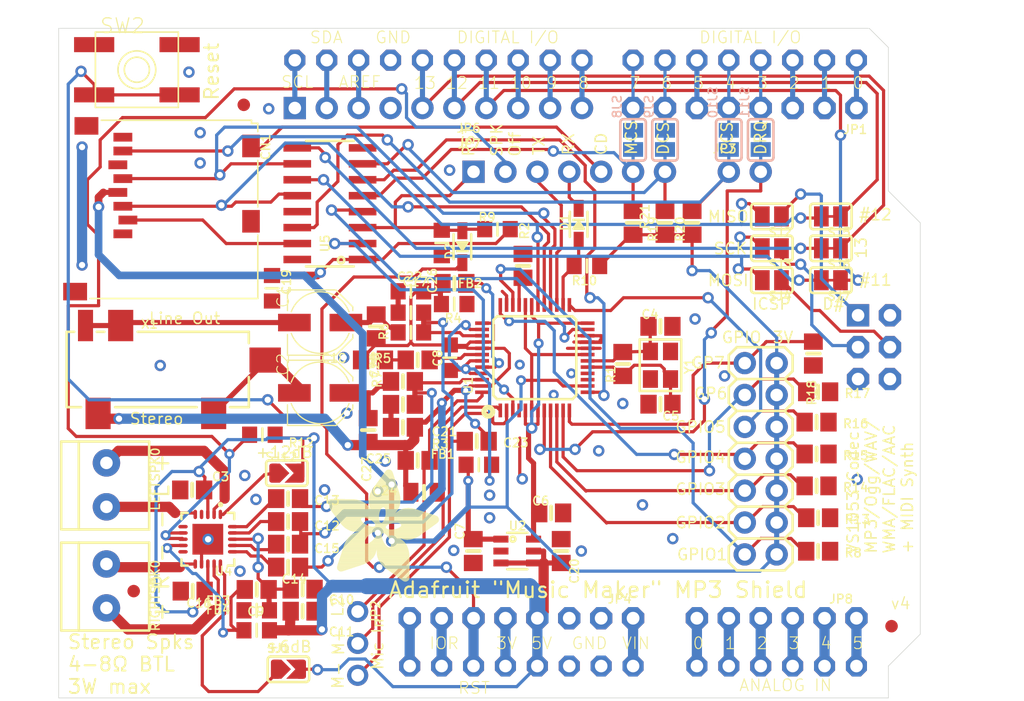
<source format=kicad_pcb>
(kicad_pcb (version 20211014) (generator pcbnew)
  (layers (0 "F.Cu" signal) (31 "B.Cu" signal) (34 "B.Paste" user) (35 "F.Paste" user) (36 "B.SilkS" user "B.Silkscreen") (37 "F.SilkS" user "F.Silkscreen") (38 "B.Mask" user) (39 "F.Mask" user) (44 "Edge.Cuts" user))
  (net 0 "")
  (net 1 "1.8V")
  (net 2 "3.3V")
  (net 3 "GND")
  (net 4 "AVDD")
  (net 5 "AGND")
  (net 6 "N$1")
  (net 7 "N$2")
  (net 8 "GPIO5")
  (net 9 "GPIO0")
  (net 10 "GPIO1")
  (net 11 "GPIO4")
  (net 12 "GPIO2")
  (net 13 "GPIO3")
  (net 14 "GPIO6")
  (net 15 "GPIO7")
  (net 16 "MISO")
  (net 17 "MOSI_3V")
  (net 18 "SCLK_3V")
  (net 19 "TX")
  (net 20 "RX")
  (net 21 "CS_3V")
  (net 22 "MICP")
  (net 23 "MICN")
  (net 24 "RST_3V")
  (net 25 "DREQ")
  (net 26 "SDCS_3V")
  (net 27 "CLKOUT")
  (net 28 "LEFT")
  (net 29 "RIGHT")
  (net 30 "N$5")
  (net 31 "N$6")
  (net 32 "RIGHT_FILTERED")
  (net 33 "LEFT_FILTERED")
  (net 34 "MOSI_5V")
  (net 35 "CS_5V")
  (net 36 "SDCS_5V")
  (net 37 "XDCS_3V")
  (net 38 "XDCS_5V")
  (net 39 "RST_5V")
  (net 40 "SCLK_5V")
  (net 41 "SD_DETECT")
  (net 42 "RX_5V")
  (net 43 "R_LINEOUT")
  (net 44 "L_LINEOUT")
  (net 45 "LINE2")
  (net 46 "N$13")
  (net 47 "N$17")
  (net 48 "~{RESET}")
  (net 49 "N$19")
  (net 50 "N$20")
  (net 51 "N$3")
  (net 52 "N$4")
  (net 53 "N$7")
  (net 54 "N$25")
  (net 55 "N$28")
  (net 56 "N$29")
  (net 57 "N$30")
  (net 58 "N$36")
  (net 59 "N$37")
  (net 60 "N$38")
  (net 61 "N$39")
  (net 62 "N$40")
  (net 63 "N$41")
  (net 64 "+5V")
  (net 65 "GAIN0")
  (net 66 "SHUTDOWN")
  (net 67 "OUT-L-N")
  (net 68 "OUT-L-P")
  (net 69 "OUT-R-N")
  (net 70 "OUT-R-P")
  (net 71 "N$8")
  (net 72 "N$9")
  (net 73 "N$10")
  (net 74 "N$11")
  (net 75 "N$14")
  (net 76 "N$12")
  (net 77 "N$15")
  (net 78 "N$16")
  (net 79 "N$21")
  (net 80 "D13")
  (net 81 "D11")
  (net 82 "D12")
  (net 83 "D10")
  (net 84 "D9")
  (net 85 "D8")
  (net 86 "N$18")
  (net 87 "N$22")
  (net 88 "N$23")
  (net 89 "N$24")
  (net 90 "N$26")
  (net 91 "N$27")
  (net 92 "N$31")
  (net 93 "GBUF")
  (footprint "boardEagle:1X10_ROUND70" (layer "F.Cu") (at 144.4371 84.6836)
    (fp_text reference "JP6")
    (fp_text value "")
  )
  (footprint "" (layer "F.Cu") (at 128.1811 129.1336)
    (fp_text reference "@HOLE1" hide)
    (fp_text value "")
  )
  (footprint "" (layer "F.Cu") (at 180.2511 96.1136)
    (fp_text reference "@HOLE2" hide)
    (fp_text value "")
  )
  (footprint "boardEagle:FIDUCIAL_1MM" (layer "F.Cu") (at 120.1801 123.1646)
    (fp_text reference "FID1" hide)
    (fp_text value "FIDUCIAL\"\"" hide)
  )
  (footprint "boardEagle:_0805MP" (layer "F.Cu") (at 129.9731 124.6956)
    (fp_text reference "FB4")
    (fp_text value "ferrite")
  )
  (footprint "boardEagle:0805-NO" (layer "F.Cu") (at 159.9311 93.8276 -90)
    (fp_text reference "R21")
    (fp_text value "10K")
  )
  (footprint "boardEagle:0805-NO" (layer "F.Cu") (at 174.5361 109.7026)
    (fp_text reference "R16")
    (fp_text value "100K")
  )
  (footprint "boardEagle:SOLDERJUMPER_REFLOW_NOPASTE" (layer "F.Cu") (at 170.9801 93.3196 180)
    (fp_text reference "SJ2")
    (fp_text value "ICSP_MISO")
  )
  (footprint "boardEagle:0805-NO" (layer "F.Cu") (at 139.2301 104.7496 180)
    (fp_text reference "C18")
    (fp_text value "0.047uF")
  )
  (footprint "boardEagle:0805-NO" (layer "F.Cu") (at 133.6281 124.7646)
    (fp_text reference "C11")
    (fp_text value "0.1µF")
  )
  (footprint "boardEagle:0805-NO" (layer "F.Cu") (at 159.1111 105.0736 90)
    (fp_text reference "R1")
    (fp_text value "1M")
  )
  (footprint "boardEagle:_0805MP" (layer "F.Cu") (at 156.2561 97.2656)
    (fp_text reference "R10")
    (fp_text value "10K")
  )
  (footprint "boardEagle:0805-NO" (layer "F.Cu") (at 174.6631 119.9896)
    (fp_text reference "R8")
    (fp_text value "100K")
  )
  (footprint "boardEagle:0805-NO" (layer "F.Cu") (at 124.8791 123.1646 180)
    (fp_text reference "C16")
    (fp_text value "10µF")
  )
  (footprint "boardEagle:SOLDERJUMPER_CLOSEDWIRE" (layer "F.Cu") (at 175.6791 98.3996 180)
    (fp_text reference "SJ7")
    (fp_text value "D11_MOSI")
  )
  (footprint "boardEagle:0805-NO" (layer "F.Cu") (at 132.4711 121.2516 180)
    (fp_text reference "C14")
    (fp_text value "1µF")
  )
  (footprint "boardEagle:0805-NO" (layer "F.Cu") (at 174.2821 104.2416 -90)
    (fp_text reference "R18")
    (fp_text value "100K")
  )
  (footprint "boardEagle:CRYSTAL_3.2X2.5" (layer "F.Cu") (at 162.1111 105.1736 90)
    (fp_text reference "Y1")
    (fp_text value "ABM8G-12.288MHZ-4Y-T3")
  )
  (footprint "boardEagle:0805-NO" (layer "F.Cu") (at 151.1681 97.2566 90)
    (fp_text reference "R2")
    (fp_text value "100K")
  )
  (footprint "boardEagle:0805-NO" (layer "F.Cu") (at 174.5361 114.7826)
    (fp_text reference "R14")
    (fp_text value "100K")
  )
  (footprint "boardEagle:0805-NO" (layer "F.Cu") (at 141.6111 110.1166)
    (fp_text reference "C21")
    (fp_text value "0.01uF")
  )
  (footprint "boardEagle:MICROSD" (layer "F.Cu") (at 129.9591 85.7076 -90)
    (fp_text reference "CN1")
    (fp_text value "2908-05WB-M6")
  )
  (footprint "boardEagle:PANASONIC_C" (layer "F.Cu") (at 135.0221 101.7736)
    (fp_text reference "C1")
    (fp_text value "220uF")
  )
  (footprint "boardEagle:0805-NO" (layer "F.Cu") (at 164.6301 93.8276 90)
    (fp_text reference "R20")
    (fp_text value "10K")
  )
  (footprint "boardEagle:_0805MP" (layer "F.Cu") (at 130.4241 110.7086)
    (fp_text reference "R12")
    (fp_text value "100K")
  )
  (footprint "boardEagle:0805-NO" (layer "F.Cu") (at 138.8491 110.3376 -90)
    (fp_text reference "C27")
    (fp_text value "0.01uF")
  )
  (footprint "boardEagle:LQFP48" (layer "F.Cu") (at 152.1111 104.5736 90)
    (fp_text reference "U1")
    (fp_text value "VS1053B")
  )
  (footprint "boardEagle:SOLDERJUMPER_REFLOW_NOPASTE" (layer "F.Cu") (at 170.9801 98.3996 180)
    (fp_text reference "SJ4")
    (fp_text value "ICSP_MOSI")
  )
  (footprint "boardEagle:0805_10MGAP" (layer "F.Cu") (at 143.2941 115.2906 180)
    (fp_text reference "C24")
    (fp_text value "0.1uF")
  )
  (footprint "boardEagle:0805-NO" (layer "F.Cu") (at 132.4711 119.4246 180)
    (fp_text reference "C15")
    (fp_text value "1µF")
  )
  (footprint "boardEagle:0805-NO" (layer "F.Cu") (at 174.5361 112.2426)
    (fp_text reference "R15")
    (fp_text value "100K")
  )
  (footprint "boardEagle:_0805MP" (layer "F.Cu") (at 129.9731 126.2856 180)
    (fp_text reference "FB3")
    (fp_text value "ferrite")
  )
  (footprint "boardEagle:0805-NO" (layer "F.Cu") (at 162.1111 108.2736 180)
    (fp_text reference "C5")
    (fp_text value "15pF")
  )
  (footprint "boardEagle:WQFN20" (layer "F.Cu") (at 126.0821 119.0326 180)
    (fp_text reference "U4")
    (fp_text value "TS2012")
  )
  (footprint "boardEagle:SOLDERJUMPER_REFLOW_NOPASTE" (layer "F.Cu") (at 170.9801 95.8596 180)
    (fp_text reference "SJ3")
    (fp_text value "ISCP_SCLK")
  )
  (footprint "boardEagle:0805-NO" (layer "F.Cu") (at 141.6111 108.2896 180)
    (fp_text reference "R3")
    (fp_text value "22")
  )
  (footprint "boardEagle:SOT23-6" (layer "F.Cu") (at 150.7111 119.9736 -90)
    (fp_text reference "U2")
    (fp_text value "AP7312-1833W6-7")
  )
  (footprint "boardEagle:0805-NO" (layer "F.Cu") (at 142.7861 112.7506 180)
    (fp_text reference "C25")
    (fp_text value "0.1uF")
  )
  (footprint "boardEagle:SOLDERJUMPER_CLOSEDWIRE" (layer "F.Cu") (at 175.6791 93.3196 180)
    (fp_text reference "SJ5")
    (fp_text value "D12_MISO")
  )
  (footprint "boardEagle:SOLDERJUMPER_CLOSEDWIRE" (layer "F.Cu") (at 175.6791 95.8596 180)
    (fp_text reference "SJ6")
    (fp_text value "D13_SCLK")
  )
  (footprint "boardEagle:1X07_ROUND_70" (layer "F.Cu") (at 154.8511 89.7636)
    (fp_text reference "JP7")
    (fp_text value "")
  )
  (footprint "boardEagle:SOLDERJUMPER_ARROW_NOPASTE" (layer "F.Cu") (at 132.3721 113.7666)
    (fp_text reference "SJ12")
    (fp_text value "+12dB")
  )
  (footprint "boardEagle:ADAFRUIT_9MM" (layer "F.Cu") (at 135.5471 122.4026)
    (fp_text reference "U$50" hide)
    (fp_text value "" hide)
  )
  (footprint "boardEagle:4UCONN_19269" (layer "F.Cu") (at 114.8461 105.5116)
    (fp_text reference "X1")
    (fp_text value "19621")
  )
  (footprint "boardEagle:0805-NO" (layer "F.Cu") (at 147.4851 111.2266)
    (fp_text reference "C23")
    (fp_text value "0.1uF")
  )
  (footprint "" (layer "F.Cu") (at 129.4511 80.8736)
    (fp_text reference "@HOLE0" hide)
    (fp_text value "")
  )
  (footprint "boardEagle:0805-NO" (layer "F.Cu") (at 132.4711 117.6246 180)
    (fp_text reference "C12")
    (fp_text value "1µF")
  )
  (footprint "boardEagle:0805-NO" (layer "F.Cu") (at 142.7861 104.7496 180)
    (fp_text reference "R5")
    (fp_text value "10")
  )
  (footprint "boardEagle:PANASONIC_C" (layer "F.Cu") (at 135.0221 107.3736)
    (fp_text reference "C2")
    (fp_text value "220uF")
  )
  (footprint "boardEagle:1X08-CLEANBIG" (layer "F.Cu") (at 151.0411 125.3236 180)
    (fp_text reference "JP4")
    (fp_text value "")
  )
  (footprint "boardEagle:1X02_ROUND" (layer "F.Cu") (at 168.8211 89.7636)
    (fp_text reference "JP3")
    (fp_text value "")
  )
  (footprint "boardEagle:_0805MP" (layer "F.Cu") (at 142.2461 100.9846 180)
    (fp_text reference "R4")
    (fp_text value "22")
  )
  (footprint "boardEagle:1X06-CLEANBIG" (layer "F.Cu") (at 171.3611 125.3236 180)
    (fp_text reference "JP8")
    (fp_text value "")
  )
  (footprint "boardEagle:2X07_ROUND_70MIL" (layer "F.Cu") (at 170.0911 112.6236 90)
    (fp_text reference "MP3GPIO0" hide)
    (fp_text value "" hide)
  )
  (footprint "boardEagle:0805-NO" (layer "F.Cu") (at 141.6111 106.4626)
    (fp_text reference "R7")
    (fp_text value "100")
  )
  (footprint "boardEagle:SOD-323" (layer "F.Cu") (at 155.6001 93.9466 -90)
    (fp_text reference "D1")
    (fp_text value "1N4148")
  )
  (footprint "boardEagle:0805-NO" (layer "F.Cu") (at 124.8361 115.1056 180)
    (fp_text reference "C3")
    (fp_text value "10µF")
  )
  (footprint "boardEagle:0805-NO" (layer "F.Cu") (at 133.6281 123.0086 180)
    (fp_text reference "C10")
    (fp_text value "0.1µF")
  )
  (footprint "boardEagle:0805-NO" (layer "F.Cu") (at 132.4711 115.7976 180)
    (fp_text reference "C13")
    (fp_text value "1µF")
  )
  (footprint "boardEagle:_0805MP" (layer "F.Cu") (at 131.1911 99.0416 -90)
    (fp_text reference "C19")
    (fp_text value "10µF")
  )
  (footprint "boardEagle:_0805MP" (layer "F.Cu") (at 145.3381 104.5736 90)
    (fp_text reference "C8")
    (fp_text value "0.1µF")
  )
  (footprint "boardEagle:SOD-323" (layer "F.Cu") (at 146.3421 95.7326 90)
    (fp_text reference "D2")
    (fp_text value "1N4148")
  )
  (footprint "boardEagle:0805-NO" (layer "F.Cu") (at 129.9731 123.0326)
    (fp_text reference "C9")
    (fp_text value "0.1µF")
  )
  (footprint "boardEagle:_0805MP" (layer "F.Cu") (at 145.6921 100.3006 180)
    (fp_text reference "FB2")
    (fp_text value "FERITTE")
  )
  (footprint "boardEagle:_0805MP" (layer "F.Cu") (at 142.2461 99.2846)
    (fp_text reference "C22")
    (fp_text value "0.01uF")
  )
  (footprint "boardEagle:0805-NO" (layer "F.Cu") (at 162.1111 102.0736)
    (fp_text reference "C4")
    (fp_text value "15pF")
  )
  (footprint "boardEagle:_0805MP" (layer "F.Cu") (at 147.6541 113.1006)
    (fp_text reference "FB1")
    (fp_text value "FERITTE")
  )
  (footprint "boardEagle:SOIC16" (layer "F.Cu") (at 135.8011 92.3036 90)
    (fp_text reference "U5")
    (fp_text value "74HC4050D")
  )
  (footprint "boardEagle:1X03-CLEANBIG" (layer "F.Cu") (at 138.0111 127.3336 90)
    (fp_text reference "JP2")
    (fp_text value "")
  )
  (footprint "boardEagle:_0805MP" (layer "F.Cu") (at 142.2461 102.5576)
    (fp_text reference "R6")
    (fp_text value "100")
  )
  (footprint "boardEagle:SOLDERJUMPER_ARROW_NOPASTE" (layer "F.Cu") (at 132.4991 129.3876)
    (fp_text reference "SJ1")
    (fp_text value "+6dB")
  )
  (footprint "boardEagle:0805-NO" (layer "F.Cu") (at 145.7071 98.6536 180)
    (fp_text reference "C17")
    (fp_text value "1µF")
  )
  (footprint "boardEagle:0805-NO" (layer "F.Cu") (at 147.2111 119.9736 -90)
    (fp_text reference "C7")
    (fp_text value "10µF")
  )
  (footprint "boardEagle:1X08-CLEANBIG" (layer "F.Cu") (at 168.8211 84.6836)
    (fp_text reference "JP1")
    (fp_text value "")
  )
  (footprint "boardEagle:FIDUCIAL_1MM" (layer "F.Cu") (at 180.5051 125.9586)
    (fp_text reference "FID2" hide)
    (fp_text value "FIDUCIAL\"\"" hide)
  )
  (footprint "boardEagle:0805-NO" (layer "F.Cu") (at 174.6631 117.3226)
    (fp_text reference "R13")
    (fp_text value "100K")
  )
  (footprint "boardEagle:TERMBLOCK_1X2-3.5MM" (layer "F.Cu") (at 118.0111 114.6516 -90)
    (fp_text reference "LEFTSPK0")
    (fp_text value "3.5mm Term")
  )
  (footprint "boardEagle:ARDUINOR3_ICSP" (layer "F.Cu") (at 114.2111 131.6736)
    (fp_text reference "U$41" hide)
    (fp_text value "ARDUINO_R3_ICSP" hide)
    (fp_line (start 68.58 -5.08) (end 68.58 -37.846) (layer "Edge.Cuts") (width 0.05))
    (fp_line (start 68.58 -37.846) (end 66.04 -40.386) (layer "Edge.Cuts") (width 0.05))
    (fp_line (start 0 -53.34) (end 0 0) (layer "Edge.Cuts") (width 0.05))
    (fp_line (start 66.04 -51.816) (end 64.516 -53.34) (layer "Edge.Cuts") (width 0.05))
    (fp_line (start 64.516 -53.34) (end 0 -53.34) (layer "Edge.Cuts") (width 0.05))
    (fp_line (start 66.04 0) (end 66.04 -2.54) (layer "Edge.Cuts") (width 0.05))
    (fp_line (start 66.04 -40.386) (end 66.04 -51.816) (layer "Edge.Cuts") (width 0.05))
    (fp_line (start 0 0) (end 66.04 0) (layer "Edge.Cuts") (width 0.05))
    (fp_line (start 66.04 -2.54) (end 68.58 -5.08) (layer "Edge.Cuts") (width 0.05))
  )
  (footprint "boardEagle:0805-NO" (layer "F.Cu") (at 162.4711 93.8276 90)
    (fp_text reference "R19")
    (fp_text value "10K")
  )
  (footprint "boardEagle:EVQ-Q2" (layer "F.Cu") (at 120.4341 81.6356)
    (fp_text reference "SW2")
    (fp_text value "SPST_TACT-EVQQ2")
  )
  (footprint "boardEagle:_0805MP" (layer "F.Cu") (at 144.7041 95.4366 -90)
    (fp_text reference "C26")
    (fp_text value "0.1µF")
  )
  (footprint "boardEagle:0805-NO" (layer "F.Cu") (at 139.4841 102.0826 -90)
    (fp_text reference "C28")
    (fp_text value "0.01uF")
  )
  (footprint "boardEagle:TERMBLOCK_1X2-3.5MM" (layer "F.Cu") (at 118.0111 122.7056 -90)
    (fp_text reference "RIGHTSPK0")
    (fp_text value "3.5mm Term")
  )
  (footprint "boardEagle:_0805MP" (layer "F.Cu") (at 149.1361 94.3356)
    (fp_text reference "R9")
    (fp_text value "10K")
  )
  (footprint "boardEagle:0805-NO" (layer "F.Cu") (at 153.4111 116.9356)
    (fp_text reference "C6")
    (fp_text value "10µF")
  )
  (footprint "boardEagle:FIDUCIAL_1MM" (layer "F.Cu") (at 128.9431 84.4296)
    (fp_text reference "FID3" hide)
    (fp_text value "FIDUCIAL\"\"" hide)
  )
  (footprint "boardEagle:0805-NO" (layer "F.Cu") (at 154.2111 119.9736 90)
    (fp_text reference "C20")
    (fp_text value "10µF")
  )
  (footprint "boardEagle:0805-NO" (layer "F.Cu") (at 174.6631 107.2896)
    (fp_text reference "R17")
    (fp_text value "100K")
  )
  (footprint "boardEagle:SOLDERJUMPER_CLOSEDWIRE" (layer "B.Cu") (at 159.9311 87.2236 -90)
    (fp_text reference "SJ8")
    (fp_text value "")
  )
  (footprint "boardEagle:SOLDERJUMPER_CLOSEDWIRE" (layer "B.Cu") (at 170.0911 87.2236 -90)
    (fp_text reference "SJ11")
    (fp_text value "")
  )
  (footprint "boardEagle:SOLDERJUMPER_CLOSEDWIRE" (layer "B.Cu") (at 167.5511 87.2236 -90)
    (fp_text reference "SJ10")
    (fp_text value "")
  )
  (footprint "boardEagle:SOLDERJUMPER_CLOSEDWIRE" (layer "B.Cu") (at 162.4711 87.2236 -90)
    (fp_text reference "SJ9")
    (fp_text value "")
  )
  (gr_text "TX" (at 152.9581 88.5186 90) (layer "F.SilkS") (effects (font (size 0.89408 0.89408) (thickness 0.12192)) (justify left bottom)))
  (gr_text "D#" (at 174.9171 100.8126) (layer "F.SilkS") (effects (font (size 0.89408 0.89408) (thickness 0.12192)) (justify left bottom)))
  (gr_text "MCS" (at 160.3121 88.4936 90) (layer "F.SilkS") (effects (font (size 0.89408 0.89408) (thickness 0.12192)) (justify left bottom)))
  (gr_text "MOSI" (at 169.2021 97.8916) (layer "F.SilkS") (effects (font (size 0.89408 0.89408) (thickness 0.12192)) (justify right top)))
  (gr_text "GPIO5" (at 167.3841 109.5676) (layer "F.SilkS") (effects (font (size 0.89408 0.89408) (thickness 0.12192)) (justify right top)))
  (gr_text "Line Out" (at 121.3231 101.9556) (layer "F.SilkS") (effects (font (size 0.89408 0.89408) (thickness 0.12192)) (justify left bottom)))
  (gr_text "GPIO1" (at 167.5111 119.7276) (layer "F.SilkS") (effects (font (size 0.89408 0.89408) (thickness 0.12192)) (justify right top)))
  (gr_text "GP6" (at 167.5111 106.9006) (layer "F.SilkS") (effects (font (size 0.89408 0.89408) (thickness 0.12192)) (justify right top)))
  (gr_text "GPIO" (at 166.9161 103.4796) (layer "F.SilkS") (effects (font (size 0.89408 0.89408) (thickness 0.12192)) (justify left bottom)))
  (gr_text "DCS" (at 162.8521 88.4936 90) (layer "F.SilkS") (effects (font (size 0.89408 0.89408) (thickness 0.12192)) (justify left bottom)))
  (gr_text "GPIO4" (at 167.3841 111.9806) (layer "F.SilkS") (effects (font (size 0.89408 0.89408) (thickness 0.12192)) (justify right top)))
  (gr_text "Reset" (at 127.0381 84.1756 90) (layer "F.SilkS") (effects (font (size 1.1176 1.1176) (thickness 0.1524)) (justify left bottom)))
  (gr_text "M+" (at 135.9541 126.0646 90) (layer "F.SilkS") (effects (font (size 0.89408 0.89408) (thickness 0.12192)) (justify right top)))
  (gr_text "GPIO2" (at 167.3841 117.1876) (layer "F.SilkS") (effects (font (size 0.89408 0.89408) (thickness 0.12192)) (justify right top)))
  (gr_text "3V" (at 170.9801 103.4796) (layer "F.SilkS") (effects (font (size 0.89408 0.89408) (thickness 0.12192)) (justify left bottom)))
  (gr_text "RX" (at 155.3111 88.5186 90) (layer "F.SilkS") (effects (font (size 0.89408 0.89408) (thickness 0.12192)) (justify left bottom)))
  (gr_text "L2" (at 135.8941 123.5516 90) (layer "F.SilkS") (effects (font (size 0.89408 0.89408) (thickness 0.12192)) (justify right top)))
  (gr_text "13" (at 178.6001 96.7486 90) (layer "F.SilkS") (effects (font (size 0.89408 0.89408) (thickness 0.12192)) (justify left bottom)))
  (gr_text "Mic In" (at 140.1191 129.5146 90) (layer "F.SilkS") (effects (font (size 0.89408 0.89408) (thickness 0.12192)) (justify left bottom)))
  (gr_text "GP7" (at 167.3111 104.4546) (layer "F.SilkS") (effects (font (size 0.89408 0.89408) (thickness 0.12192)) (justify right top)))
  (gr_text "GPIO3" (at 167.3841 114.5206) (layer "F.SilkS") (effects (font (size 0.89408 0.89408) (thickness 0.12192)) (justify right top)))
  (gr_text "#11" (at 177.8381 98.9076) (layer "F.SilkS") (effects (font (size 0.89408 0.89408) (thickness 0.12192)) (justify left bottom)))
  (gr_text "Stereo" (at 119.7991 109.9566) (layer "F.SilkS") (effects (font (size 0.89408 0.89408) (thickness 0.12192)) (justify left bottom)))
  (gr_text "+12dB" (at 129.8321 112.6236) (layer "F.SilkS") (effects (font (size 0.89408 0.89408) (thickness 0.12192)) (justify left bottom)))
  (gr_text "RST" (at 147.3581 88.6206 90) (layer "F.SilkS") (effects (font (size 0.89408 0.89408) (thickness 0.12192)) (justify left bottom)))
  (gr_text "3W max" (at 114.8461 131.4196) (layer "F.SilkS") (effects (font (size 1.1176 1.1176) (thickness 0.1524)) (justify left bottom)))
  (gr_text "Adafruit \"Music Maker\" MP3 Shield" (at 140.3731 123.7996) (layer "F.SilkS") (effects (font (size 1.251712 1.251712) (thickness 0.170688)) (justify left bottom)))
  (gr_text "SCK" (at 169.0751 95.3516) (layer "F.SilkS") (effects (font (size 0.89408 0.89408) (thickness 0.12192)) (justify right top)))
  (gr_text "ICSP" (at 169.3291 100.8126) (layer "F.SilkS") (effects (font (size 0.89408 0.89408) (thickness 0.12192)) (justify left bottom)))
  (gr_text "SPK\nOff" (at 151.0411 88.6206 90) (layer "F.SilkS") (effects (font (size 0.89408 0.89408) (thickness 0.12192)) (justify left bottom)))
  (gr_text "DRQ" (at 170.5991 88.4936 90) (layer "F.SilkS") (effects (font (size 0.89408 0.89408) (thickness 0.12192)) (justify left bottom)))
  (gr_text "+ R -" (at 123.1011 125.7046 90) (layer "F.SilkS") (effects (font (size 1.251712 1.251712) (thickness 0.170688)) (justify left bottom)))
  (gr_text "M-" (at 135.9141 128.7316 90) (layer "F.SilkS") (effects (font (size 0.89408 0.89408) (thickness 0.12192)) (justify right top)))
  (gr_text "VS1053 Codec\nMP3/Ogg/WAV/\nWMA/FLAC/AAC\n+ MIDI Synth" (at 182.2831 120.2436 90) (layer "F.SilkS") (effects (font (size 0.89408 0.89408) (thickness 0.12192)) (justify left bottom)))
  (gr_text "- L +" (at 123.1011 118.3386 90) (layer "F.SilkS") (effects (font (size 1.251712 1.251712) (thickness 0.170688)) (justify left bottom)))
  (gr_text "MISO" (at 169.2021 92.8116) (layer "F.SilkS") (effects (font (size 0.89408 0.89408) (thickness 0.12192)) (justify right top)))
  (gr_text "Stereo Spks" (at 114.8461 127.8636) (layer "F.SilkS") (effects (font (size 1.1176 1.1176) (thickness 0.1524)) (justify left bottom)))
  (gr_text "+6dB" (at 130.5941 128.1176) (layer "F.SilkS") (effects (font (size 0.89408 0.89408) (thickness 0.12192)) (justify left bottom)))
  (gr_text "#12" (at 177.8381 93.7006) (layer "F.SilkS") (effects (font (size 0.89408 0.89408) (thickness 0.12192)) (justify left bottom)))
  (gr_text "CD" (at 157.9181 88.5186 90) (layer "F.SilkS") (effects (font (size 0.89408 0.89408) (thickness 0.12192)) (justify left bottom)))
  (gr_text "CCS" (at 167.9321 88.4936 90) (layer "F.SilkS") (effects (font (size 0.89408 0.89408) (thickness 0.12192)) (justify left bottom)))
  (gr_text "4-8Ω BTL" (at 114.8461 129.6416) (layer "F.SilkS") (effects (font (size 1.1176 1.1176) (thickness 0.1524)) (justify left bottom)))
  (gr_text "v4" (at 180.3781 124.6886) (layer "F.SilkS") (effects (font (size 0.9144 0.9144) (thickness 0.1016)) (justify left bottom)))
  (segment (start 151.3611 108.7736) (end 151.3611 109.8736) (width 0.254) (layer "F.Cu") (net 1))
  (segment (start 152.0111 116.9356) (end 152.0111 119.0236) (width 0.4064) (layer "F.Cu") (net 1))
  (segment (start 151.3611 109.8736) (end 151.8611 109.8736) (width 0.254) (layer "F.Cu") (net 1))
  (segment (start 152.4611 116.9356) (end 152.0111 116.9356) (width 0.4064) (layer "F.Cu") (net 1))
  (segment (start 156.3111 101.8236) (end 152.4111 101.8236) (width 0.254) (layer "F.Cu") (net 1))
  (segment (start 151.6111 110.2106) (end 151.6111 112.5736) (width 0.4064) (layer "F.Cu") (net 1))
  (segment (start 152.4111 101.8236) (end 151.8611 101.2736) (width 0.254) (layer "F.Cu") (net 1))
  (segment (start 151.8611 110.1736) (end 151.8611 109.8736) (width 0.254) (layer "F.Cu") (net 1))
  (segment (start 152.4111 103.4336) (end 152.4111 101.8236) (width 0.254) (layer "F.Cu") (net 1))
  (segment (start 152.0111 112.9736) (end 152.0111 116.9356) (width 0.4064) (layer "F.Cu") (net 1))
  (segment (start 151.6111 112.5736) (end 152.0111 112.9736) (width 0.4064) (layer "F.Cu") (net 1))
  (segment (start 151.8611 109.8736) (end 152.3611 109.8736) (width 0.254) (layer "F.Cu") (net 1))
  (segment (start 151.6111 110.1236) (end 151.6111 110.2106) (width 0.4064) (layer "F.Cu") (net 1))
  (segment (start 151.8611 101.2736) (end 151.8611 100.3736) (width 0.254) (layer "F.Cu") (net 1))
  (segment (start 151.8611 110.1736) (end 151.8241 110.2106) (width 0.254) (layer "F.Cu") (net 1))
  (segment (start 151.8241 110.2106) (end 151.6111 110.2106) (width 0.254) (layer "F.Cu") (net 1))
  (segment (start 152.3611 109.8736) (end 152.3611 108.7736) (width 0.254) (layer "F.Cu") (net 1))
  (via (at 151.8611 110.1736) (size 0.9064) (drill 0.5) (layers "F.Cu" "B.Cu") (net 1))
  (via (at 152.4111 103.4336) (size 0.8001) (drill 0.3937) (layers "F.Cu" "B.Cu") (net 1))
  (segment (start 151.8611 108.8736) (end 151.8611 110.1736) (width 0.254) (layer "B.Cu") (net 1))
  (segment (start 152.4111 108.3236) (end 151.8611 108.8736) (width 0.254) (layer "B.Cu") (net 1))
  (segment (start 152.4111 103.4336) (end 152.4111 108.3236) (width 0.254) (layer "B.Cu") (net 1))
  (segment (start 131.1911 98.0256) (end 134.7781 98.0256) (width 0.6096) (layer "F.Cu") (net 2))
  (segment (start 159.9311 94.7776) (end 162.4711 94.7776) (width 0.254) (layer "F.Cu") (net 2))
  (segment (start 151.8611 108.7736) (end 151.8611 106.3736) (width 0.254) (layer "F.Cu") (net 2))
  (segment (start 147.2111 119.0236) (end 146.8111 118.9576) (width 0.4064) (layer "F.Cu") (net 2))
  (segment (start 149.4111 119.0236) (end 147.2111 119.0236) (width 0.4064) (layer "F.Cu") (net 2))
  (segment (start 151.8611 104.3236) (end 151.8611 106.3736) (width 0.254) (layer "F.Cu") (net 2))
  (segment (start 139.9921 96.7486) (end 138.4011 96.7486) (width 0.254) (layer "F.Cu") (net 2))
  (segment (start 138.4011 96.7486) (end 136.0551 96.7486) (width 0.254) (layer "F.Cu") (net 2))
  (segment (start 159.6941 94.8436) (end 159.9311 94.7776) (width 0.254) (layer "F.Cu") (net 2))
  (segment (start 157.2721 97.2656) (end 159.6941 94.8436) (width 0.254) (layer "F.Cu") (net 2))
  (segment (start 141.2621 95.4786) (end 139.9921 96.7486) (width 0.254) (layer "F.Cu") (net 2))
  (segment (start 134.7781 98.0256) (end 135.0391 97.7646) (width 0.6096) (layer "F.Cu") (net 2))
  (segment (start 146.8111 113.0896) (end 146.8111 114.3736) (width 0.254) (layer "F.Cu") (net 2))
  (segment (start 149.0091 95.4786) (end 141.2621 95.4786) (width 0.254) (layer "F.Cu") (net 2))
  (segment (start 117.3861 92.5576) (end 117.3861 91.7886) (width 0.6096) (layer "F.Cu") (net 2))
  (segment (start 117.3861 91.7886) (end 117.7671 91.4076) (width 0.6096) (layer "F.Cu") (net 2))
  (segment (start 151.3611 103.8236) (end 151.8611 104.3236) (width 0.254) (layer "F.Cu") (net 2))
  (segment (start 146.8111 118.9576) (end 146.8111 114.3736) (width 0.4064) (layer "F.Cu") (net 2))
  (segment (start 164.6301 94.7776) (end 164.6301 97.6376) (width 0.254) (layer "F.Cu") (net 2))
  (segment (start 164.6301 97.3836) (end 164.6301 97.6376) (width 0.254) (layer "F.Cu") (net 2))
  (segment (start 146.6381 113.1006) (end 146.8111 113.0896) (width 0.254) (layer "F.Cu") (net 2))
  (segment (start 136.0551 96.7486) (end 135.0391 97.7646) (width 0.254) (layer "F.Cu") (net 2))
  (segment (start 118.9191 91.4076) (end 117.7671 91.4076) (width 0.4064) (layer "F.Cu") (net 2))
  (segment (start 154.3611 106.8236) (end 153.9111 106.3736) (width 0.254) (layer "F.Cu") (net 2))
  (segment (start 156.3111 104.3236) (end 151.8611 104.3236) (width 0.254) (layer "F.Cu") (net 2))
  (segment (start 162.4711 94.7776) (end 164.6301 94.7776) (width 0.254) (layer "F.Cu") (net 2))
  (segment (start 151.3611 100.3736) (end 151.3611 103.8236) (width 0.254) (layer "F.Cu") (net 2))
  (segment (start 156.3111 106.8236) (end 154.3611 106.8236) (width 0.254) (layer "F.Cu") (net 2))
  (segment (start 134.7851 98.0186) (end 135.0391 97.7646) (width 0.6096) (layer "F.Cu") (net 2))
  (segment (start 153.9111 106.3736) (end 151.8611 106.3736) (width 0.254) (layer "F.Cu") (net 2))
  (segment (start 150.1521 94.3356) (end 149.0091 95.4786) (width 0.254) (layer "F.Cu") (net 2))
  (segment (start 140.7111 119.1736) (end 140.7111 114.6736) (width 0.4064) (layer "F.Cu") (net 2))
  (segment (start 151.0111 106.3736) (end 151.8611 106.3736) (width 0.254) (layer "F.Cu") (net 2))
  (via (at 146.8111 114.3736) (size 0.8001) (drill 0.3937) (layers "F.Cu" "B.Cu") (net 2))
  (via (at 151.0111 106.3736) (size 0.8001) (drill 0.3937) (layers "F.Cu" "B.Cu") (net 2))
  (via (at 135.0391 97.7646) (size 0.9064) (drill 0.5) (layers "F.Cu" "B.Cu") (net 2))
  (via (at 117.3861 92.5576) (size 0.9064) (drill 0.5) (layers "F.Cu" "B.Cu") (net 2))
  (via (at 164.6301 97.6376) (size 0.9064) (drill 0.5) (layers "F.Cu" "B.Cu") (net 2))
  (via (at 140.7111 114.6736) (size 0.9064) (drill 0.5) (layers "F.Cu" "B.Cu") (net 2))
  (via (at 140.7111 119.1736) (size 0.9064) (drill 0.5) (layers "F.Cu" "B.Cu") (net 2))
  (segment (start 117.3861 96.3676) (end 117.3861 92.5576) (width 0.6096) (layer "B.Cu") (net 2))
  (segment (start 140.7111 119.1736) (end 144.1111 119.1736) (width 0.4064) (layer "B.Cu") (net 2))
  (segment (start 151.0111 108.7166) (end 150.9541 108.7166) (width 0.254) (layer "B.Cu") (net 2))
  (segment (start 170.0311 121.5736) (end 155.0111 121.5736) (width 0.254) (layer "B.Cu") (net 2))
  (segment (start 134.2771 98.5266) (end 133.7691 98.0186) (width 0.6096) (layer "B.Cu") (net 2))
  (segment (start 171.3611 102.9716) (end 171.3611 105.0036) (width 0.254) (layer "B.Cu") (net 2))
  (segment (start 135.0391 97.7646) (end 134.2771 98.5266) (width 0.254) (layer "B.Cu") (net 2))
  (segment (start 171.3611 112.6236) (end 171.3611 115.1636) (width 0.4064) (layer "B.Cu") (net 2))
  (segment (start 150.9541 108.7166) (end 149.9111 109.7596) (width 0.254) (layer "B.Cu") (net 2))
  (segment (start 171.3611 105.0036) (end 171.3611 107.5436) (width 0.4064) (layer "B.Cu") (net 2))
  (segment (start 138.4111 112.3736) (end 140.7111 114.6736) (width 0.4064) (layer "B.Cu") (net 2))
  (segment (start 146.8111 116.4736) (end 146.8111 114.3736) (width 0.4064) (layer "B.Cu") (net 2))
  (segment (start 170.0311 121.5736) (end 171.3611 120.2436) (width 0.254) (layer "B.Cu") (net 2))
  (segment (start 151.0111 106.3736) (end 151.0111 108.7166) (width 0.254) (layer "B.Cu") (net 2))
  (segment (start 164.6301 97.6376) (end 166.0271 97.6376) (width 0.254) (layer "B.Cu") (net 2))
  (segment (start 149.9111 109.7596) (end 149.9111 116.4736) (width 0.254) (layer "B.Cu") (net 2))
  (segment (start 155.0111 121.5736) (end 149.9111 116.4736) (width 0.254) (layer "B.Cu") (net 2))
  (segment (start 171.3611 115.1636) (end 171.3611 117.7036) (width 0.4064) (layer "B.Cu") (net 2))
  (segment (start 119.0371 98.0186) (end 117.3861 96.3676) (width 0.6096) (layer "B.Cu") (net 2))
  (segment (start 171.3611 110.0836) (end 171.3611 112.6236) (width 0.4064) (layer "B.Cu") (net 2))
  (segment (start 166.0271 97.6376) (end 171.3611 102.9716) (width 0.254) (layer "B.Cu") (net 2))
  (segment (start 138.4111 112.3736) (end 138.4111 102.6606) (width 0.6096) (layer "B.Cu") (net 2))
  (segment (start 171.3611 117.7036) (end 171.3611 120.2436) (width 0.4064) (layer "B.Cu") (net 2))
  (segment (start 133.7691 98.0186) (end 119.0371 98.0186) (width 0.6096) (layer "B.Cu") (net 2))
  (segment (start 138.4111 102.6606) (end 134.2771 98.5266) (width 0.6096) (layer "B.Cu") (net 2))
  (segment (start 144.1111 119.1736) (end 146.8111 116.4736) (width 0.4064) (layer "B.Cu") (net 2))
  (segment (start 149.9111 116.4736) (end 146.8111 116.4736) (width 0.254) (layer "B.Cu") (net 2))
  (segment (start 171.3611 107.5436) (end 171.3611 110.0836) (width 0.4064) (layer "B.Cu") (net 2))
  (segment (start 157.3911 102.8236) (end 157.3911 103.3526) (width 0.254) (layer "F.Cu") (net 3))
  (segment (start 156.3111 103.8236) (end 157.3111 103.8236) (width 0.254) (layer "F.Cu") (net 3))
  (segment (start 156.3111 102.8236) (end 157.4111 102.8236) (width 0.254) (layer "F.Cu") (net 3))
  (segment (start 154.7111 103.8236) (end 155.7111 103.8236) (width 0.254) (layer "F.Cu") (net 3))
  (segment (start 125.5821 119.5326) (end 126.0821 119.0326) (width 0.254) (layer "F.Cu") (net 3))
  (segment (start 156.3111 102.8236) (end 157.3911 102.8236) (width 0.254) (layer "F.Cu") (net 3))
  (segment (start 125.5821 121.0076) (end 125.5821 119.5326) (width 0.254) (layer "F.Cu") (net 3))
  (segment (start 157.3911 103.3526) (end 155.7111 103.3526) (width 0.254) (layer "F.Cu") (net 3))
  (segment (start 155.7111 103.3526) (end 155.7111 103.3236) (width 0.254) (layer "F.Cu") (net 3))
  (segment (start 149.8611 100.3736) (end 149.8611 99.6326) (width 0.254) (layer "F.Cu") (net 3))
  (segment (start 156.3111 103.3236) (end 157.3111 103.3236) (width 0.254) (layer "F.Cu") (net 3))
  (segment (start 155.3461 102.8236) (end 156.3111 102.8236) (width 0.254) (layer "F.Cu") (net 3))
  (segment (start 155.2191 103.3236) (end 155.7111 103.3236) (width 0.254) (layer "F.Cu") (net 3))
  (segment (start 157.3111 103.3236) (end 157.3111 103.1736) (width 0.254) (layer "F.Cu") (net 3))
  (segment (start 150.9111 110.9736) (end 150.9111 113.8736) (width 0.254) (layer "F.Cu") (net 3))
  (segment (start 149.8611 99.6326) (end 149.5171 99.2886) (width 0.254) (layer "F.Cu") (net 3))
  (via (at 130.9291 84.7456) (size 0.9064) (drill 0.5) (layers "F.Cu" "B.Cu") (net 3))
  (via (at 129.9131 115.8606) (size 0.9064) (drill 0.5) (layers "F.Cu" "B.Cu") (net 3))
  (via (at 136.8981 104.5576) (size 0.9064) (drill 0.5) (layers "F.Cu" "B.Cu") (net 3))
  (via (at 160.6781 116.2966) (size 0.9064) (drill 0.5) (layers "F.Cu" "B.Cu") (net 3))
  (via (at 157.1951 111.9886) (size 0.9064) (drill 0.5) (layers "F.Cu" "B.Cu") (net 3))
  (via (at 125.4681 86.6506) (size 0.9064) (drill 0.5) (layers "F.Cu" "B.Cu") (net 3))
  (via (at 151.1111 114.2236) (size 0.9064) (drill 0.5) (layers "F.Cu" "B.Cu") (net 3))
  (via (at 128.6431 121.5756) (size 0.9064) (drill 0.5) (layers "F.Cu" "B.Cu") (net 3))
  (via (at 116.0701 87.7936) (size 0.9064) (drill 0.5) (layers "F.Cu" "B.Cu") (net 3))
  (via (at 167.2111 106.0236) (size 0.9064) (drill 0.5) (layers "F.Cu" "B.Cu") (net 3))
  (via (at 139.6111 115.2236) (size 0.9064) (drill 0.5) (layers "F.Cu" "B.Cu") (net 3))
  (via (at 122.2931 105.1926) (size 0.9064) (drill 0.5) (layers "F.Cu" "B.Cu") (net 3))
  (via (at 125.4681 89.0636) (size 0.9064) (drill 0.5) (layers "F.Cu" "B.Cu") (net 3))
  (via (at 148.5111 117.3236) (size 0.9064) (drill 0.5) (layers "F.Cu" "B.Cu") (net 3))
  (via (at 150.9111 105.1236) (size 0.8001) (drill 0.3937) (layers "F.Cu" "B.Cu") (net 3))
  (via (at 148.5111 115.5236) (size 0.9064) (drill 0.5) (layers "F.Cu" "B.Cu") (net 3))
  (via (at 153.6111 107.5236) (size 0.8001) (drill 0.3937) (layers "F.Cu" "B.Cu") (net 3))
  (via (at 116.0701 97.1916) (size 0.9064) (drill 0.5) (layers "F.Cu" "B.Cu") (net 3))
  (via (at 126.1031 119.0356) (size 0.9064) (drill 0.5) (layers "F.Cu" "B.Cu") (net 3))
  (via (at 159.1111 108.2236) (size 0.9064) (drill 0.5) (layers "F.Cu" "B.Cu") (net 3))
  (via (at 155.8111 119.9736) (size 0.9064) (drill 0.5) (layers "F.Cu" "B.Cu") (net 3))
  (via (at 177.7731 114.2646) (size 0.9064) (drill 0.5) (layers "F.Cu" "B.Cu") (net 3))
  (via (at 135.3741 115.0986) (size 0.9064) (drill 0.5) (layers "F.Cu" "B.Cu") (net 3))
  (via (at 145.6571 119.9236) (size 0.9064) (drill 0.5) (layers "F.Cu" "B.Cu") (net 3))
  (via (at 164.8651 101.4886) (size 0.9064) (drill 0.5) (layers "F.Cu" "B.Cu") (net 3))
  (via (at 163.0901 118.9856) (size 0.9064) (drill 0.5) (layers "F.Cu" "B.Cu") (net 3))
  (via (at 137.1521 108.9886) (size 0.9064) (drill 0.5) (layers "F.Cu" "B.Cu") (net 3))
  (via (at 140.2001 112.8126) (size 0.9064) (drill 0.5) (layers "F.Cu" "B.Cu") (net 3))
  (via (at 139.6111 118.5236) (size 0.9064) (drill 0.5) (layers "F.Cu" "B.Cu") (net 3))
  (via (at 155.0111 105.8236) (size 0.8001) (drill 0.3937) (layers "F.Cu" "B.Cu") (net 3))
  (via (at 124.5791 81.8246) (size 0.9064) (drill 0.5) (layers "F.Cu" "B.Cu") (net 3))
  (via (at 129.0241 113.9556) (size 0.9064) (drill 0.5) (layers "F.Cu" "B.Cu") (net 3))
  (via (at 145.3261 89.6366) (size 0.9064) (drill 0.5) (layers "F.Cu" "B.Cu") (net 3))
  (segment (start 116.0701 97.1916) (end 116.0701 87.7936) (width 0.8128) (layer "B.Cu") (net 3))
  (segment (start 148.6701 113.1006) (end 148.5971 113.3326) (width 0.254) (layer "F.Cu") (net 4))
  (segment (start 147.9111 102.3236) (end 146.9611 102.3236) (width 0.254) (layer "F.Cu") (net 4))
  (segment (start 148.5971 113.3326) (end 148.5111 113.3736) (width 0.254) (layer "F.Cu") (net 4))
  (segment (start 145.4541 105.4736) (end 145.3381 105.5896) (width 0.4064) (layer "F.Cu") (net 4))
  (segment (start 146.6111 105.4736) (end 145.4541 105.4736) (width 0.4064) (layer "F.Cu") (net 4))
  (segment (start 146.9611 102.3236) (end 146.6111 101.9736) (width 0.254) (layer "F.Cu") (net 4))
  (segment (start 148.5111 113.3736) (end 148.5111 114.3736) (width 0.254) (layer "F.Cu") (net 4))
  (segment (start 146.6111 105.1736) (end 146.6111 105.4736) (width 0.254) (layer "F.Cu") (net 4))
  (segment (start 146.9611 104.8236) (end 146.6111 105.1736) (width 0.254) (layer "F.Cu") (net 4))
  (segment (start 146.9611 105.8236) (end 146.6111 105.4736) (width 0.254) (layer "F.Cu") (net 4))
  (segment (start 147.9111 105.8236) (end 146.9611 105.8236) (width 0.254) (layer "F.Cu") (net 4))
  (segment (start 147.9111 104.8236) (end 146.9611 104.8236) (width 0.254) (layer "F.Cu") (net 4))
  (via (at 146.6111 101.9736) (size 0.8001) (drill 0.3937) (layers "F.Cu" "B.Cu") (net 4))
  (via (at 146.6111 105.4736) (size 0.8001) (drill 0.3937) (layers "F.Cu" "B.Cu") (net 4))
  (via (at 148.5111 114.3736) (size 0.8001) (drill 0.3937) (layers "F.Cu" "B.Cu") (net 4))
  (segment (start 146.6111 101.9736) (end 146.2111 101.9736) (width 0.254) (layer "B.Cu") (net 4))
  (segment (start 145.3111 102.8736) (end 145.3111 104.5736) (width 0.254) (layer "B.Cu") (net 4))
  (segment (start 148.5111 106.67776) (end 147.30694 105.4736) (width 0.254) (layer "B.Cu") (net 4))
  (segment (start 146.2111 101.9736) (end 145.3111 102.8736) (width 0.254) (layer "B.Cu") (net 4))
  (segment (start 147.30694 105.4736) (end 146.6111 105.4736) (width 0.254) (layer "B.Cu") (net 4))
  (segment (start 148.5111 114.3736) (end 148.5111 106.67776) (width 0.254) (layer "B.Cu") (net 4))
  (segment (start 145.3111 104.5736) (end 146.2111 105.4736) (width 0.254) (layer "B.Cu") (net 4))
  (segment (start 146.2111 105.4736) (end 146.6111 105.4736) (width 0.254) (layer "B.Cu") (net 4))
  (segment (start 144.7111 108.1736) (end 144.7111 108.4126) (width 0.4064) (layer "F.Cu") (net 5))
  (segment (start 145.7111 107.1736) (end 144.7111 108.1736) (width 0.4064) (layer "F.Cu") (net 5))
  (segment (start 144.5601 99.2846) (end 143.2621 99.2846) (width 0.4064) (layer "F.Cu") (net 5))
  (segment (start 147.9111 103.8236) (end 149.6771 103.8236) (width 0.254) (layer "F.Cu") (net 5))
  (segment (start 148.4351 110.9066) (end 147.3581 109.8296) (width 0.254) (layer "F.Cu") (net 5))
  (segment (start 142.2461 103.3576) (end 142.4461 103.5576) (width 0.254) (layer "F.Cu") (net 5))
  (segment (start 142.2461 99.7036) (end 142.2461 103.3576) (width 0.254) (layer "F.Cu") (net 5))
  (segment (start 139.3571 103.2866) (end 139.4841 103.0326) (width 0.3048) (layer "F.Cu") (net 5))
  (segment (start 147.9111 103.3236) (end 146.9611 103.3236) (width 0.254) (layer "F.Cu") (net 5))
  (segment (start 142.5111 109.8516) (end 142.5111 110.0836) (width 0.8128) (layer "F.Cu") (net 5))
  (segment (start 141.7701 111.5356) (end 137.2191 111.5356) (width 0.8128) (layer "F.Cu") (net 5))
  (segment (start 146.6111 107.1736) (end 145.7111 107.1736) (width 0.4064) (layer "F.Cu") (net 5))
  (segment (start 142.2461 99.7036) (end 142.5461 99.4036) (width 0.254) (layer "F.Cu") (net 5))
  (segment (start 147.9111 103.8236) (end 146.7611 103.8236) (width 0.254) (layer "F.Cu") (net 5))
  (segment (start 148.6611 101.8236) (end 148.8111 101.9736) (width 0.254) (layer "F.Cu") (net 5))
  (segment (start 148.8111 103.1736) (end 148.6611 103.3236) (width 0.254) (layer "F.Cu") (net 5))
  (segment (start 144.7111 108.4126) (end 143.4211 109.7026) (width 0.4064) (layer "F.Cu") (net 5))
  (segment (start 149.6771 103.8236) (end 150.0811 104.2276) (width 0.254) (layer "F.Cu") (net 5))
  (segment (start 133.4871 118.5926) (end 133.4211 117.6246) (width 0.254) (layer "F.Cu") (net 5))
  (segment (start 142.6051 109.9896) (end 142.5111 110.0836) (width 0.4064) (layer "F.Cu") (net 5))
  (segment (start 142.4461 103.5576) (end 145.3381 103.5576) (width 0.254) (layer "F.Cu") (net 5))
  (segment (start 148.6611 103.3236) (end 147.9111 103.3236) (width 0.254) (layer "F.Cu") (net 5))
  (segment (start 141.9971 103.6066) (end 142.2461 103.3576) (width 0.254) (layer "F.Cu") (net 5))
  (segment (start 148.8111 101.9736) (end 148.8111 103.1736) (width 0.254) (layer "F.Cu") (net 5))
  (segment (start 138.2801 104.7496) (end 139.3571 103.6066) (width 0.254) (layer "F.Cu") (net 5))
  (segment (start 146.7611 103.8236) (end 146.6111 103.6736) (width 0.254) (layer "F.Cu") (net 5))
  (segment (start 150.0811 104.2276) (end 150.0811 105.4036) (width 0.254) (layer "F.Cu") (net 5))
  (segment (start 142.5111 110.0836) (end 142.5111 111.1356) (width 0.8128) (layer "F.Cu") (net 5))
  (segment (start 133.4211 119.4246) (end 133.4871 118.5926) (width 0.254) (layer "F.Cu") (net 5))
  (segment (start 143.4211 109.7026) (end 142.9141 109.7026) (width 0.4064) (layer "F.Cu") (net 5))
  (segment (start 144.7571 98.6536) (end 144.6761 98.6686) (width 0.254) (layer "F.Cu") (net 5))
  (segment (start 141.8361 114.7826) (end 141.8361 112.7506) (width 0.4064) (layer "F.Cu") (net 5))
  (segment (start 146.9611 103.3236) (end 146.6111 103.6736) (width 0.254) (layer "F.Cu") (net 5))
  (segment (start 142.1111 111.5356) (end 141.7701 111.5356) (width 0.8128) (layer "F.Cu") (net 5))
  (segment (start 143.2621 99.4036) (end 143.2621 99.2846) (width 0.254) (layer "F.Cu") (net 5))
  (segment (start 142.5461 99.4036) (end 143.2621 99.4036) (width 0.254) (layer "F.Cu") (net 5))
  (segment (start 139.3571 103.6066) (end 139.3571 103.2866) (width 0.3048) (layer "F.Cu") (net 5))
  (segment (start 145.4541 103.6736) (end 145.3381 103.5576) (width 0.4064) (layer "F.Cu") (net 5))
  (segment (start 119.0111 109.4326) (end 117.3461 109.4326) (width 0.8128) (layer "F.Cu") (net 5))
  (segment (start 141.8361 112.7506) (end 141.8361 111.3476) (width 0.4064) (layer "F.Cu") (net 5))
  (segment (start 142.2441 115.2906) (end 141.8361 114.7826) (width 0.4064) (layer "F.Cu") (net 5))
  (segment (start 139.3571 103.6066) (end 141.9971 103.6066) (width 0.254) (layer "F.Cu") (net 5))
  (segment (start 144.6761 100.3006) (end 144.5601 99.2846) (width 0.4064) (layer "F.Cu") (net 5))
  (segment (start 144.6761 98.6686) (end 144.6761 100.3006) (width 0.254) (layer "F.Cu") (net 5))
  (segment (start 138.8491 111.2876) (end 138.6011 111.5356) (width 0.6096) (layer "F.Cu") (net 5))
  (segment (start 138.6011 111.5356) (end 137.2191 111.5356) (width 0.6096) (layer "F.Cu") (net 5))
  (segment (start 147.9111 101.8236) (end 148.6611 101.8236) (width 0.254) (layer "F.Cu") (net 5))
  (segment (start 148.6611 106.8236) (end 147.9111 106.8236) (width 0.254) (layer "F.Cu") (net 5))
  (segment (start 135.3301 118.5926) (end 133.4871 118.5926) (width 0.254) (layer "F.Cu") (net 5))
  (segment (start 117.3461 109.4326) (end 117.3461 109.0116) (width 0.4064) (layer "F.Cu") (net 5))
  (segment (start 142.5611 110.1166) (end 142.6051 109.9896) (width 0.4064) (layer "F.Cu") (net 5))
  (segment (start 148.4351 111.2266) (end 148.4351 110.9066) (width 0.254) (layer "F.Cu") (net 5))
  (segment (start 135.3981 118.5246) (end 135.3301 118.5926) (width 0.254) (layer "F.Cu") (net 5))
  (segment (start 150.0811 105.4036) (end 148.6611 106.8236) (width 0.254) (layer "F.Cu") (net 5))
  (segment (start 141.8361 111.3476) (end 141.7701 111.5356) (width 0.4064) (layer "F.Cu") (net 5))
  (segment (start 142.5111 111.1356) (end 142.1111 111.5356) (width 0.8128) (layer "F.Cu") (net 5))
  (segment (start 142.9141 109.7026) (end 142.5611 110.1166) (width 0.4064) (layer "F.Cu") (net 5))
  (segment (start 146.9611 106.8236) (end 146.6111 107.1736) (width 0.254) (layer "F.Cu") (net 5))
  (segment (start 146.6111 103.6736) (end 145.4541 103.6736) (width 0.4064) (layer "F.Cu") (net 5))
  (segment (start 147.9111 106.8236) (end 146.9611 106.8236) (width 0.254) (layer "F.Cu") (net 5))
  (via (at 147.3581 109.8296) (size 0.8001) (drill 0.3937) (layers "F.Cu" "B.Cu") (net 5))
  (via (at 137.2191 111.5356) (size 0.9064) (drill 0.5) (layers "F.Cu" "B.Cu") (net 5))
  (via (at 119.0111 109.4326) (size 0.9064) (drill 0.5) (layers "F.Cu" "B.Cu") (net 5))
  (via (at 146.6111 107.1736) (size 0.8001) (drill 0.3937) (layers "F.Cu" "B.Cu") (net 5))
  (via (at 144.7111 108.1736) (size 0.8001) (drill 0.3937) (layers "F.Cu" "B.Cu") (net 5))
  (via (at 135.3981 118.5246) (size 0.9064) (drill 0.5) (layers "F.Cu" "B.Cu") (net 5))
  (segment (start 144.7111 114.9736) (end 144.7111 108.1736) (width 0.6) (layer "B.Cu") (net 5))
  (segment (start 135.3701 109.4326) (end 119.0111 109.4326) (width 0.8128) (layer "B.Cu") (net 5))
  (segment (start 144.7111 114.9736) (end 144.7111 115.0166) (width 0.6096) (layer "B.Cu") (net 5))
  (segment (start 137.2191 111.5356) (end 135.3701 109.4326) (width 0.8128) (layer "B.Cu") (net 5))
  (segment (start 135.3981 118.5246) (end 136.9811 116.9416) (width 0.6) (layer "B.Cu") (net 5))
  (segment (start 144.7111 115.0166) (end 142.7861 116.9416) (width 0.6096) (layer "B.Cu") (net 5))
  (segment (start 147.3581 109.8296) (end 146.6111 109.0826) (width 0.254) (layer "B.Cu") (net 5))
  (segment (start 146.6111 109.0826) (end 146.6111 107.1736) (width 0.254) (layer "B.Cu") (net 5))
  (segment (start 136.9811 116.9416) (end 142.7861 116.9416) (width 0.6) (layer "B.Cu") (net 5))
  (segment (start 162.4111 105.6736) (end 162.9111 106.1736) (width 0.254) (layer "F.Cu") (net 6))
  (segment (start 163.0611 108.2736) (end 162.9111 108.0576) (width 0.254) (layer "F.Cu") (net 6))
  (segment (start 159.1111 106.0236) (end 160.0271 105.1736) (width 0.254) (layer "F.Cu") (net 6))
  (segment (start 162.9111 106.1736) (end 162.9111 106.2736) (width 0.254) (layer "F.Cu") (net 6))
  (segment (start 156.3111 105.3236) (end 158.3451 105.3236) (width 0.254) (layer "F.Cu") (net 6))
  (segment (start 162.4111 105.4736) (end 162.4111 105.6736) (width 0.254) (layer "F.Cu") (net 6))
  (segment (start 162.9111 108.0576) (end 162.9111 106.2736) (width 0.254) (layer "F.Cu") (net 6))
  (segment (start 160.0271 105.1736) (end 162.1111 105.1736) (width 0.254) (layer "F.Cu") (net 6))
  (segment (start 158.3451 105.3236) (end 159.1111 106.0236) (width 0.254) (layer "F.Cu") (net 6))
  (segment (start 162.1111 105.1736) (end 162.4111 105.4736) (width 0.254) (layer "F.Cu") (net 6))
  (segment (start 156.3111 104.8236) (end 158.3451 104.8236) (width 0.254) (layer "F.Cu") (net 7))
  (segment (start 161.2951 104.0576) (end 161.2951 102.0736) (width 0.254) (layer "F.Cu") (net 7))
  (segment (start 159.1111 104.1236) (end 161.2951 104.0576) (width 0.254) (layer "F.Cu") (net 7))
  (segment (start 161.2951 102.0736) (end 161.1611 102.0736) (width 0.254) (layer "F.Cu") (net 7))
  (segment (start 161.2951 104.0576) (end 161.3111 104.0736) (width 0.254) (layer "F.Cu") (net 7))
  (segment (start 158.3451 104.8236) (end 159.1111 104.1236) (width 0.254) (layer "F.Cu") (net 7))
  (segment (start 155.3001 100.8126) (end 158.1531 100.8126) (width 0.254) (layer "F.Cu") (net 8))
  (segment (start 172.6971 108.8136) (end 170.0911 108.8136) (width 0.254) (layer "F.Cu") (net 8))
  (segment (start 158.1531 100.8126) (end 159.1691 99.7966) (width 0.254) (layer "F.Cu") (net 8))
  (segment (start 154.8611 100.3736) (end 155.3001 100.8126) (width 0.254) (layer "F.Cu") (net 8))
  (segment (start 172.6971 108.8136) (end 173.5861 109.7026) (width 0.254) (layer "F.Cu") (net 8))
  (segment (start 170.0911 108.8136) (end 168.8211 110.0836) (width 0.254) (layer "F.Cu") (net 8))
  (segment (start 159.1691 99.7966) (end 165.9001 99.7966) (width 0.254) (layer "F.Cu") (net 8))
  (via (at 165.9001 99.7966) (size 0.9064) (drill 0.5) (layers "F.Cu" "B.Cu") (net 8))
  (segment (start 170.0601 108.8446) (end 168.8211 110.0836) (width 0.254) (layer "B.Cu") (net 8))
  (segment (start 170.0841 108.8446) (end 170.0601 108.8446) (width 0.254) (layer "B.Cu") (net 8))
  (segment (start 170.0841 103.9806) (end 165.9001 99.7966) (width 0.254) (layer "B.Cu") (net 8))
  (segment (start 170.0841 108.8446) (end 170.0841 103.9806) (width 0.254) (layer "B.Cu") (net 8))
  (segment (start 150.8611 100.3736) (end 150.8611 98.5136) (width 0.254) (layer "F.Cu") (net 9))
  (segment (start 150.8611 98.5136) (end 151.1681 98.2066) (width 0.254) (layer "F.Cu") (net 9))
  (segment (start 150.3611 100.3736) (end 150.3611 99.3706) (width 0.254) (layer "F.Cu") (net 10))
  (segment (start 173.7131 119.9896) (end 173.7131 119.6746) (width 0.254) (layer "F.Cu") (net 10))
  (segment (start 150.3611 99.3706) (end 149.3901 98.3996) (width 0.254) (layer "F.Cu") (net 10))
  (segment (start 173.5201 119.9896) (end 173.7131 119.9896) (width 0.254) (layer "F.Cu") (net 10))
  (segment (start 172.5041 118.9736) (end 170.0911 118.9736) (width 0.254) (layer "F.Cu") (net 10))
  (segment (start 172.5041 118.9736) (end 173.5201 119.9896) (width 0.254) (layer "F.Cu") (net 10))
  (segment (start 149.3901 98.3996) (end 149.3901 97.5106) (width 0.254) (layer "F.Cu") (net 10))
  (segment (start 170.0911 118.9736) (end 168.8211 120.2436) (width 0.254) (layer "F.Cu") (net 10))
  (via (at 149.3901 97.5106) (size 0.8001) (drill 0.3937) (layers "F.Cu" "B.Cu") (net 10))
  (segment (start 156.5021 103.0986) (end 156.5021 107.7976) (width 0.254) (layer "B.Cu") (net 10))
  (segment (start 164.7111 111.3736) (end 163.5481 110.2106) (width 0.254) (layer "B.Cu") (net 10))
  (segment (start 158.9151 110.2106) (end 163.5481 110.2106) (width 0.254) (layer "B.Cu") (net 10))
  (segment (start 164.7111 116.1336) (end 164.7111 111.3736) (width 0.254) (layer "B.Cu") (net 10))
  (segment (start 149.3901 97.5106) (end 150.9141 97.5106) (width 0.254) (layer "B.Cu") (net 10))
  (segment (start 150.9141 97.5106) (end 156.5021 103.0986) (width 0.254) (layer "B.Cu") (net 10))
  (segment (start 156.5021 107.7976) (end 158.9151 110.2106) (width 0.254) (layer "B.Cu") (net 10))
  (segment (start 164.7111 116.1336) (end 168.8211 120.2436) (width 0.254) (layer "B.Cu") (net 10))
  (segment (start 168.8211 112.3696) (end 168.8211 112.6236) (width 0.254) (layer "F.Cu") (net 11))
  (segment (start 168.8211 112.4966) (end 168.5981 112.2736) (width 0.254) (layer "F.Cu") (net 11))
  (segment (start 172.6971 111.3536) (end 169.8371 111.3536) (width 0.254) (layer "F.Cu") (net 11))
  (segment (start 168.8211 112.6236) (end 168.8211 112.4966) (width 0.254) (layer "F.Cu") (net 11))
  (segment (start 169.8371 111.3536) (end 168.8211 112.3696) (width 0.254) (layer "F.Cu") (net 11))
  (segment (start 149.3611 100.3736) (end 149.3611 101.0736) (width 0.254) (layer "F.Cu") (net 11))
  (segment (start 149.3611 101.0736) (end 149.9611 101.6736) (width 0.254) (layer "F.Cu") (net 11))
  (segment (start 149.9611 101.6736) (end 150.0611 101.6736) (width 0.254) (layer "F.Cu") (net 11))
  (segment (start 168.5981 112.2736) (end 163.2111 112.2736) (width 0.254) (layer "F.Cu") (net 11))
  (segment (start 173.5861 112.2426) (end 172.6971 111.3536) (width 0.254) (layer "F.Cu") (net 11))
  (via (at 150.0611 101.6736) (size 0.8001) (drill 0.3937) (layers "F.Cu" "B.Cu") (net 11))
  (via (at 163.2111 112.2736) (size 0.9064) (drill 0.5) (layers "F.Cu" "B.Cu") (net 11))
  (segment (start 160.2111 112.2736) (end 153.6571 105.7196) (width 0.254) (layer "B.Cu") (net 11))
  (segment (start 163.2111 112.2736) (end 160.2111 112.2736) (width 0.254) (layer "B.Cu") (net 11))
  (segment (start 152.9111 101.6736) (end 153.6571 102.4196) (width 0.254) (layer "B.Cu") (net 11))
  (segment (start 153.6571 102.4196) (end 153.6571 105.7196) (width 0.254) (layer "B.Cu") (net 11))
  (segment (start 150.0611 101.6736) (end 152.9111 101.6736) (width 0.254) (layer "B.Cu") (net 11))
  (segment (start 168.9721 117.7036) (end 168.8211 117.7036) (width 0.254) (layer "F.Cu") (net 12))
  (segment (start 172.6971 116.4336) (end 170.2421 116.4336) (width 0.254) (layer "F.Cu") (net 12))
  (segment (start 170.2421 116.4336) (end 168.9721 117.7036) (width 0.254) (layer "F.Cu") (net 12))
  (segment (start 173.5861 117.3226) (end 173.7131 117.3226) (width 0.254) (layer "F.Cu") (net 12))
  (segment (start 157.822406 117.7346) (end 157.853406 117.7036) (width 0.254) (layer "F.Cu") (net 12))
  (segment (start 157.853406 117.7036) (end 168.8211 117.7036) (width 0.254) (layer "F.Cu") (net 12))
  (segment (start 172.6971 116.4336) (end 173.5861 117.3226) (width 0.254) (layer "F.Cu") (net 12))
  (segment (start 153.3611 108.7736) (end 153.3611 113.273294) (width 0.254) (layer "F.Cu") (net 12))
  (segment (start 153.3611 113.273294) (end 157.822406 117.7346) (width 0.254) (layer "F.Cu") (net 12))
  (segment (start 153.8611 108.7736) (end 153.8611 112.872957) (width 0.254) (layer "F.Cu") (net 13))
  (segment (start 156.182743 115.1946) (end 156.213743 115.1636) (width 0.254) (layer "F.Cu") (net 13))
  (segment (start 169.0751 115.1636) (end 168.8211 115.1636) (width 0.254) (layer "F.Cu") (net 13))
  (segment (start 172.4431 113.8936) (end 170.3451 113.8936) (width 0.254) (layer "F.Cu") (net 13))
  (segment (start 156.213743 115.1636) (end 168.8211 115.1636) (width 0.254) (layer "F.Cu") (net 13))
  (segment (start 173.3321 114.7826) (end 173.5861 114.7826) (width 0.254) (layer "F.Cu") (net 13))
  (segment (start 153.8611 112.872957) (end 156.182743 115.1946) (width 0.254) (layer "F.Cu") (net 13))
  (segment (start 170.3451 113.8936) (end 169.0751 115.1636) (width 0.254) (layer "F.Cu") (net 13))
  (segment (start 172.4431 113.8936) (end 173.3321 114.7826) (width 0.254) (layer "F.Cu") (net 13))
  (segment (start 154.3611 108.7736) (end 154.3611 112.472466) (width 0.254) (layer "F.Cu") (net 14))
  (segment (start 155.462234 113.5736) (end 166.0111 113.5736) (width 0.254) (layer "F.Cu") (net 14))
  (segment (start 170.0911 106.2736) (end 172.6971 106.2736) (width 0.254) (layer "F.Cu") (net 14))
  (segment (start 172.6971 106.2736) (end 173.7131 107.2896) (width 0.254) (layer "F.Cu") (net 14))
  (segment (start 170.0911 106.2736) (end 168.8211 107.5436) (width 0.254) (layer "F.Cu") (net 14))
  (segment (start 154.3611 112.472466) (end 155.462234 113.5736) (width 0.254) (layer "F.Cu") (net 14))
  (segment (start 173.5201 107.2896) (end 173.7131 107.2896) (width 0.254) (layer "F.Cu") (net 14))
  (via (at 166.0111 113.5736) (size 0.9064) (drill 0.5) (layers "F.Cu" "B.Cu") (net 14))
  (segment (start 168.5911 107.5436) (end 168.8211 107.5436) (width 0.254) (layer "B.Cu") (net 14))
  (segment (start 166.0111 113.5736) (end 166.0111 110.1236) (width 0.254) (layer "B.Cu") (net 14))
  (segment (start 166.0111 110.1236) (end 168.5911 107.5436) (width 0.254) (layer "B.Cu") (net 14))
  (segment (start 170.4961 103.3526) (end 170.4721 103.3526) (width 0.254) (layer "F.Cu") (net 15))
  (segment (start 168.8451 105.0036) (end 168.8211 105.0036) (width 0.254) (layer "F.Cu") (net 15))
  (segment (start 154.8611 109.667447) (end 154.8611 108.7736) (width 0.254) (layer "F.Cu") (net 15))
  (segment (start 164.7111 105.9736) (end 164.7111 109.4736) (width 0.254) (layer "F.Cu") (net 15))
  (segment (start 155.067253 109.8736) (end 154.8611 109.667447) (width 0.254) (layer "F.Cu") (net 15))
  (segment (start 170.4961 103.3526) (end 168.8451 105.0036) (width 0.254) (layer "F.Cu") (net 15))
  (segment (start 165.6811 105.0036) (end 164.7111 105.9736) (width 0.254) (layer "F.Cu") (net 15))
  (segment (start 170.4961 103.3336) (end 170.4961 103.3526) (width 0.254) (layer "F.Cu") (net 15))
  (segment (start 165.6811 105.0036) (end 168.8211 105.0036) (width 0.254) (layer "F.Cu") (net 15))
  (segment (start 170.5381 103.2916) (end 174.2821 103.2916) (width 0.254) (layer "F.Cu") (net 15))
  (segment (start 164.7111 109.4736) (end 164.3111 109.8736) (width 0.254) (layer "F.Cu") (net 15))
  (segment (start 170.5381 103.2916) (end 170.4961 103.3336) (width 0.254) (layer "F.Cu") (net 15))
  (segment (start 164.3111 109.8736) (end 155.067253 109.8736) (width 0.254) (layer "F.Cu") (net 15))
  (segment (start 174.6631 93.4466) (end 174.7901 93.3196) (width 0.254) (layer "F.Cu") (net 16))
  (segment (start 152.3611 100.3736) (end 152.3611 95.0206) (width 0.254) (layer "F.Cu") (net 16))
  (segment (start 152.3611 95.0206) (end 152.3111 94.9706) (width 0.254) (layer "F.Cu") (net 16))
  (segment (start 173.2661 93.4466) (end 174.6631 93.4466) (width 0.254) (layer "F.Cu") (net 16))
  (segment (start 169.2021 92.3036) (end 168.5671 92.3036) (width 0.254) (layer "F.Cu") (net 16))
  (segment (start 127.6681 88.1076) (end 127.6731 88.1126) (width 0.254) (layer "F.Cu") (net 16))
  (segment (start 119.3191 88.1076) (end 127.6681 88.1076) (width 0.254) (layer "F.Cu") (net 16))
  (segment (start 170.2181 93.3196) (end 169.2021 92.3036) (width 0.254) (layer "F.Cu") (net 16))
  (segment (start 174.7901 93.3196) (end 174.9171 93.3196) (width 0.254) (layer "F.Cu") (net 16))
  (via (at 168.5671 92.3036) (size 0.9064) (drill 0.5) (layers "F.Cu" "B.Cu") (net 16))
  (via (at 173.2661 93.4466) (size 0.9064) (drill 0.5) (layers "F.Cu" "B.Cu") (net 16))
  (via (at 127.6731 88.1126) (size 0.9064) (drill 0.5) (layers "F.Cu" "B.Cu") (net 16))
  (via (at 152.3111 94.9706) (size 0.9064) (drill 0.5) (layers "F.Cu" "B.Cu") (net 16))
  (segment (start 152.3111 93.9546) (end 168.5671 93.9546) (width 0.254) (layer "B.Cu") (net 16))
  (segment (start 168.5671 92.3036) (end 168.5671 93.9546) (width 0.254) (layer "B.Cu") (net 16))
  (segment (start 128.8161 86.9696) (end 137.7061 86.9696) (width 0.254) (layer "B.Cu") (net 16))
  (segment (start 152.3111 94.9706) (end 152.3111 93.9546) (width 0.254) (layer "B.Cu") (net 16))
  (segment (start 144.6911 93.9546) (end 152.3111 93.9546) (width 0.254) (layer "B.Cu") (net 16))
  (segment (start 137.7061 86.9696) (end 144.6911 93.9546) (width 0.254) (layer "B.Cu") (net 16))
  (segment (start 168.5671 93.9546) (end 172.1231 93.9546) (width 0.254) (layer "B.Cu") (net 16))
  (segment (start 172.1231 93.9546) (end 172.6311 93.4466) (width 0.254) (layer "B.Cu") (net 16))
  (segment (start 172.6311 93.4466) (end 173.2661 93.4466) (width 0.254) (layer "B.Cu") (net 16))
  (segment (start 127.6731 88.1126) (end 128.8161 86.9696) (width 0.254) (layer "B.Cu") (net 16))
  (segment (start 153.2001 95.3516) (end 153.2001 94.7166) (width 0.254) (layer "F.Cu") (net 17))
  (segment (start 127.9771 92.5076) (end 128.3081 92.1766) (width 0.254) (layer "F.Cu") (net 17))
  (segment (start 152.8611 100.3736) (end 152.8611 95.6906) (width 0.254) (layer "F.Cu") (net 17))
  (segment (start 133.0741 91.5416) (end 133.2011 91.6686) (width 0.254) (layer "F.Cu") (net 17))
  (segment (start 131.7371 91.5416) (end 133.0741 91.5416) (width 0.254) (layer "F.Cu") (net 17))
  (segment (start 127.1651 92.4306) (end 127.1651 92.5076) (width 0.254) (layer "F.Cu") (net 17))
  (segment (start 128.3081 92.1766) (end 131.1021 92.1766) (width 0.254) (layer "F.Cu") (net 17))
  (segment (start 153.2001 94.7166) (end 151.0411 92.5576) (width 0.254) (layer "F.Cu") (net 17))
  (segment (start 152.8611 95.6906) (end 153.2001 95.3516) (width 0.254) (layer "F.Cu") (net 17))
  (segment (start 119.3191 92.5076) (end 127.1651 92.5076) (width 0.254) (layer "F.Cu") (net 17))
  (segment (start 151.0411 92.5576) (end 142.0241 92.5576) (width 0.254) (layer "F.Cu") (net 17))
  (segment (start 127.1651 92.5076) (end 127.9771 92.5076) (width 0.254) (layer "F.Cu") (net 17))
  (segment (start 131.1021 92.1766) (end 131.7371 91.5416) (width 0.254) (layer "F.Cu") (net 17))
  (via (at 127.1651 92.4306) (size 0.9064) (drill 0.5) (layers "F.Cu" "B.Cu") (net 17))
  (via (at 142.0241 92.5576) (size 0.9064) (drill 0.5) (layers "F.Cu" "B.Cu") (net 17))
  (segment (start 142.0241 92.5576) (end 140.7541 92.5576) (width 0.254) (layer "B.Cu") (net 17))
  (segment (start 132.2451 87.4776) (end 127.2921 92.4306) (width 0.254) (layer "B.Cu") (net 17))
  (segment (start 140.7541 92.5576) (end 135.6741 87.4776) (width 0.254) (layer "B.Cu") (net 17))
  (segment (start 127.2921 92.4306) (end 127.1651 92.4306) (width 0.254) (layer "B.Cu") (net 17))
  (segment (start 135.6741 87.4776) (end 132.2451 87.4776) (width 0.254) (layer "B.Cu") (net 17))
  (segment (start 153.3611 95.9526) (end 153.7081 95.6056) (width 0.254) (layer "F.Cu") (net 18))
  (segment (start 152.8191 93.4466) (end 152.8191 93.0656) (width 0.254) (layer "F.Cu") (net 18))
  (segment (start 153.7081 95.6056) (end 153.7081 94.3356) (width 0.254) (layer "F.Cu") (net 18))
  (segment (start 126.7481 90.3076) (end 127.0381 90.0176) (width 0.254) (layer "F.Cu") (net 18))
  (segment (start 119.3191 90.3076) (end 126.7481 90.3076) (width 0.254) (layer "F.Cu") (net 18))
  (segment (start 153.7081 94.3356) (end 152.8191 93.4466) (width 0.254) (layer "F.Cu") (net 18))
  (segment (start 133.2011 89.1286) (end 127.9271 89.1286) (width 0.254) (layer "F.Cu") (net 18))
  (segment (start 127.9271 89.1286) (end 127.0381 90.0176) (width 0.254) (layer "F.Cu") (net 18))
  (segment (start 153.3611 100.3736) (end 153.3611 95.9526) (width 0.254) (layer "F.Cu") (net 18))
  (via (at 127.0381 90.0176) (size 0.9064) (drill 0.5) (layers "F.Cu" "B.Cu") (net 18))
  (via (at 152.8191 93.0656) (size 0.9064) (drill 0.5) (layers "F.Cu" "B.Cu") (net 18))
  (segment (start 144.8181 93.0656) (end 137.9601 86.2076) (width 0.254) (layer "B.Cu") (net 18))
  (segment (start 152.8191 93.0656) (end 144.8181 93.0656) (width 0.254) (layer "B.Cu") (net 18))
  (segment (start 126.7841 86.8426) (end 126.7841 89.7636) (width 0.254) (layer "B.Cu") (net 18))
  (segment (start 137.9601 86.2076) (end 127.4191 86.2076) (width 0.254) (layer "B.Cu") (net 18))
  (segment (start 127.4191 86.2076) (end 126.7841 86.8426) (width 0.254) (layer "B.Cu") (net 18))
  (segment (start 126.7841 89.7636) (end 127.0381 90.0176) (width 0.254) (layer "B.Cu") (net 18))
  (segment (start 154.2161 95.8596) (end 154.2161 92.4306) (width 0.254) (layer "F.Cu") (net 19))
  (segment (start 152.3111 90.5256) (end 152.3111 89.7636) (width 0.254) (layer "F.Cu") (net 19))
  (segment (start 153.8611 96.2146) (end 154.2161 95.8596) (width 0.254) (layer "F.Cu") (net 19))
  (segment (start 154.2161 92.4306) (end 152.3111 90.5256) (width 0.254) (layer "F.Cu") (net 19))
  (segment (start 153.8611 100.3736) (end 153.8611 96.2146) (width 0.254) (layer "F.Cu") (net 19))
  (segment (start 154.3611 98.1446) (end 155.2401 97.2656) (width 0.254) (layer "F.Cu") (net 20))
  (segment (start 154.3611 100.3736) (end 154.3611 98.1446) (width 0.254) (layer "F.Cu") (net 20))
  (segment (start 155.6001 96.9056) (end 155.6001 95.2166) (width 0.254) (layer "F.Cu") (net 20))
  (segment (start 155.2401 97.2656) (end 155.6001 96.9056) (width 0.254) (layer "F.Cu") (net 20))
  (segment (start 154.4701 102.9716) (end 155.1181 102.3236) (width 0.254) (layer "F.Cu") (net 21))
  (segment (start 155.1181 102.3236) (end 156.3111 102.3236) (width 0.254) (layer "F.Cu") (net 21))
  (segment (start 138.2741 92.8116) (end 135.9281 92.8116) (width 0.254) (layer "F.Cu") (net 21))
  (segment (start 138.4011 92.9386) (end 138.2741 92.8116) (width 0.254) (layer "F.Cu") (net 21))
  (via (at 154.4701 102.9716) (size 0.8001) (drill 0.3937) (layers "F.Cu" "B.Cu") (net 21))
  (via (at 135.9281 92.8116) (size 0.9064) (drill 0.5) (layers "F.Cu" "B.Cu") (net 21))
  (segment (start 135.9281 92.8116) (end 141.3891 98.2726) (width 0.254) (layer "B.Cu") (net 21))
  (segment (start 154.4701 102.0826) (end 154.4701 102.9716) (width 0.254) (layer "B.Cu") (net 21))
  (segment (start 141.3891 98.2726) (end 150.6601 98.2726) (width 0.254) (layer "B.Cu") (net 21))
  (segment (start 150.6601 98.2726) (end 154.4701 102.0826) (width 0.254) (layer "B.Cu") (net 21))
  (segment (start 139.2111 126.1336) (end 138.0111 127.3336) (width 0.254) (layer "F.Cu") (net 22))
  (segment (start 146.280206 108.5116) (end 144.8111 109.980707) (width 0.254) (layer "F.Cu") (net 22))
  (segment (start 149.0991 108.5116) (end 149.3611 108.7736) (width 0.254) (layer "F.Cu") (net 22))
  (segment (start 149.0991 108.5116) (end 146.280206 108.5116) (width 0.254) (layer "F.Cu") (net 22))
  (segment (start 144.3441 115.2906) (end 144.8111 115.2906) (width 0.254) (layer "F.Cu") (net 22))
  (segment (start 144.8111 115.2906) (end 144.8111 118.6736) (width 0.254) (layer "F.Cu") (net 22))
  (segment (start 144.8111 118.6736) (end 139.2111 124.2736) (width 0.254) (layer "F.Cu") (net 22))
  (segment (start 144.8111 109.980707) (end 144.8111 115.2906) (width 0.254) (layer "F.Cu") (net 22))
  (segment (start 139.2111 124.2736) (end 139.2111 126.1336) (width 0.254) (layer "F.Cu") (net 22))
  (segment (start 145.3111 111.2266) (end 145.3111 118.8736) (width 0.254) (layer "F.Cu") (net 23))
  (segment (start 148.7551 109.0116) (end 146.583 109.0116) (width 0.254) (layer "F.Cu") (net 23))
  (segment (start 148.8821 109.8296) (end 148.7551 109.7026) (width 0.254) (layer "F.Cu") (net 23))
  (segment (start 146.583 109.0116) (end 145.3111 110.2835) (width 0.254) (layer "F.Cu") (net 23))
  (segment (start 149.8611 109.6126) (end 149.6441 109.8296) (width 0.254) (layer "F.Cu") (net 23))
  (segment (start 149.8611 108.7736) (end 149.8611 109.6126) (width 0.254) (layer "F.Cu") (net 23))
  (segment (start 139.7111 124.4736) (end 139.7111 128.1736) (width 0.254) (layer "F.Cu") (net 23))
  (segment (start 146.5351 111.2266) (end 145.3111 111.2266) (width 0.254) (layer "F.Cu") (net 23))
  (segment (start 149.6441 109.8296) (end 148.8821 109.8296) (width 0.254) (layer "F.Cu") (net 23))
  (segment (start 148.7551 109.7026) (end 148.7551 109.0116) (width 0.254) (layer "F.Cu") (net 23))
  (segment (start 145.3111 118.8736) (end 139.7111 124.4736) (width 0.254) (layer "F.Cu") (net 23))
  (segment (start 145.3111 110.2835) (end 145.3111 111.2266) (width 0.254) (layer "F.Cu") (net 23))
  (segment (start 139.7111 128.1736) (end 138.0111 129.8736) (width 0.254) (layer "F.Cu") (net 23))
  (segment (start 149.6611 107.1236) (end 150.3611 107.8236) (width 0.254) (layer "F.Cu") (net 24))
  (segment (start 136.1821 95.4786) (end 138.4011 95.4786) (width 0.254) (layer "F.Cu") (net 24))
  (segment (start 150.3611 107.8236) (end 150.3611 108.7736) (width 0.254) (layer "F.Cu") (net 24))
  (segment (start 149.6611 107.1056) (end 149.6611 107.1236) (width 0.254) (layer "F.Cu") (net 24))
  (via (at 136.1821 95.4786) (size 0.9064) (drill 0.5) (layers "F.Cu" "B.Cu") (net 24))
  (via (at 149.6611 107.1056) (size 0.8001) (drill 0.3937) (layers "F.Cu" "B.Cu") (net 24))
  (segment (start 141.3891 99.1616) (end 137.7061 95.4786) (width 0.254) (layer "B.Cu") (net 24))
  (segment (start 147.1911 99.1616) (end 141.3891 99.1616) (width 0.254) (layer "B.Cu") (net 24))
  (segment (start 148.0111 105.4556) (end 148.0111 99.9816) (width 0.254) (layer "B.Cu") (net 24))
  (segment (start 148.0111 99.9816) (end 147.1911 99.1616) (width 0.254) (layer "B.Cu") (net 24))
  (segment (start 137.7061 95.4786) (end 136.1821 95.4786) (width 0.254) (layer "B.Cu") (net 24))
  (segment (start 148.0111 105.4556) (end 149.6611 107.1056) (width 0.254) (layer "B.Cu") (net 24))
  (segment (start 166.1541 102.4636) (end 167.4241 101.1936) (width 0.254) (layer "F.Cu") (net 25))
  (segment (start 164.7111 110.4736) (end 165.6111 109.5736) (width 0.254) (layer "F.Cu") (net 25))
  (segment (start 166.1541 102.5906) (end 166.1541 102.4636) (width 0.254) (layer "F.Cu") (net 25))
  (segment (start 155.3111 111.8736) (end 156.7111 110.4736) (width 0.254) (layer "F.Cu") (net 25))
  (segment (start 167.4241 101.1936) (end 167.4241 91.2876) (width 0.254) (layer "F.Cu") (net 25))
  (segment (start 156.7111 110.4736) (end 164.7111 110.4736) (width 0.254) (layer "F.Cu") (net 25))
  (segment (start 165.6111 109.5736) (end 165.6111 107.8736) (width 0.254) (layer "F.Cu") (net 25))
  (segment (start 152.8611 111.8736) (end 152.8611 108.7736) (width 0.254) (layer "F.Cu") (net 25))
  (segment (start 170.0911 91.2876) (end 170.0911 89.7636) (width 0.254) (layer "F.Cu") (net 25))
  (segment (start 167.4241 91.2876) (end 170.0911 91.2876) (width 0.254) (layer "F.Cu") (net 25))
  (segment (start 152.5111 111.8736) (end 152.8611 111.8736) (width 0.254) (layer "F.Cu") (net 25))
  (via (at 165.6111 107.8736) (size 0.9064) (drill 0.5) (layers "F.Cu" "B.Cu") (net 25))
  (via (at 152.5111 111.8736) (size 0.9064) (drill 0.5) (layers "F.Cu" "B.Cu") (net 25))
  (via (at 155.3111 111.8736) (size 0.9064) (drill 0.5) (layers "F.Cu" "B.Cu") (net 25))
  (via (at 166.1541 102.5906) (size 0.9064) (drill 0.5) (layers "F.Cu" "B.Cu") (net 25))
  (segment (start 155.3111 111.8736) (end 152.5111 111.8736) (width 0.254) (layer "B.Cu") (net 25))
  (segment (start 165.6111 103.1336) (end 166.1541 102.5906) (width 0.254) (layer "B.Cu") (net 25))
  (segment (start 165.6111 107.8736) (end 165.6111 103.1336) (width 0.254) (layer "B.Cu") (net 25))
  (segment (start 170.0911 87.9856) (end 170.0911 89.7636) (width 0.254) (layer "B.Cu") (net 25))
  (segment (start 125.6751 93.6076) (end 127.5461 95.4786) (width 0.254) (layer "F.Cu") (net 26))
  (segment (start 127.5461 95.4786) (end 133.2011 95.4786) (width 0.254) (layer "F.Cu") (net 26))
  (segment (start 119.7191 93.6076) (end 125.6751 93.6076) (width 0.254) (layer "F.Cu") (net 26))
  (segment (start 142.6271 107.3736) (end 142.5611 108.2896) (width 0.254) (layer "F.Cu") (net 28))
  (segment (start 133.6061 116.4246) (end 135.5251 116.4246) (width 0.254) (layer "F.Cu") (net 28))
  (segment (start 142.5611 108.2896) (end 142.5611 106.4626) (width 0.4064) (layer "F.Cu") (net 28))
  (segment (start 142.8971 106.5736) (end 142.5611 106.4626) (width 0.254) (layer "F.Cu") (net 28))
  (segment (start 142.6271 106.5816) (end 142.5611 106.4626) (width 0.254) (layer "F.Cu") (net 28))
  (segment (start 133.4211 115.7976) (end 133.6061 116.4246) (width 0.254) (layer "F.Cu") (net 28))
  (segment (start 146.1381 106.5736) (end 142.8971 106.5736) (width 0.254) (layer "F.Cu") (net 28))
  (segment (start 143.9111 107.3736) (end 142.6271 107.3736) (width 0.254) (layer "F.Cu") (net 28))
  (segment (start 147.9111 106.3236) (end 146.3881 106.3236) (width 0.254) (layer "F.Cu") (net 28))
  (segment (start 146.3881 106.3236) (end 146.1381 106.5736) (width 0.254) (layer "F.Cu") (net 28))
  (via (at 135.5251 116.4246) (size 0.9064) (drill 0.5) (layers "F.Cu" "B.Cu") (net 28))
  (via (at 143.9111 107.3736) (size 0.8001) (drill 0.3937) (layers "F.Cu" "B.Cu") (net 28))
  (segment (start 135.8761 116.0736) (end 135.5251 116.4246) (width 0.254) (layer "B.Cu") (net 28))
  (segment (start 142.4111 116.0736) (end 135.8761 116.0736) (width 0.254) (layer "B.Cu") (net 28))
  (segment (start 143.9111 114.5736) (end 142.4111 116.0736) (width 0.254) (layer "B.Cu") (net 28))
  (segment (start 143.9111 107.3736) (end 143.9111 114.5736) (width 0.254) (layer "B.Cu") (net 28))
  (segment (start 135.1521 121.2516) (end 135.6521 120.7516) (width 0.254) (layer "F.Cu") (net 29))
  (segment (start 146.1381 102.5736) (end 143.2781 102.5736) (width 0.254) (layer "F.Cu") (net 29))
  (segment (start 143.2621 101.7736) (end 143.2621 100.9846) (width 0.254) (layer "F.Cu") (net 29))
  (segment (start 144.8001 101.7736) (end 143.2621 101.7736) (width 0.254) (layer "F.Cu") (net 29))
  (segment (start 147.9111 102.8236) (end 146.3881 102.8236) (width 0.254) (layer "F.Cu") (net 29))
  (segment (start 143.2621 100.9846) (end 143.2621 102.5576) (width 0.4064) (layer "F.Cu") (net 29))
  (segment (start 133.4211 121.2516) (end 135.1521 121.2516) (width 0.254) (layer "F.Cu") (net 29))
  (segment (start 146.3881 102.8236) (end 146.1381 102.5736) (width 0.254) (layer "F.Cu") (net 29))
  (segment (start 143.2621 102.5656) (end 143.2621 102.5576) (width 0.4064) (layer "F.Cu") (net 29))
  (segment (start 143.2781 102.5736) (end 143.2621 102.5576) (width 0.254) (layer "F.Cu") (net 29))
  (via (at 135.6521 120.7516) (size 0.9064) (drill 0.5) (layers "F.Cu" "B.Cu") (net 29))
  (via (at 144.8001 101.7736) (size 0.8001) (drill 0.3937) (layers "F.Cu" "B.Cu") (net 29))
  (segment (start 144.8001 107.1896) (end 145.5111 107.7736) (width 0.254) (layer "B.Cu") (net 29))
  (segment (start 143.2111 117.6736) (end 138.7301 117.6736) (width 0.254) (layer "B.Cu") (net 29))
  (segment (start 138.7301 117.6736) (end 135.6521 120.7516) (width 0.254) (layer "B.Cu") (net 29))
  (segment (start 144.8001 101.7736) (end 144.8001 107.1896) (width 0.254) (layer "B.Cu") (net 29))
  (segment (start 145.5111 115.3736) (end 143.2111 117.6736) (width 0.254) (layer "B.Cu") (net 29))
  (segment (start 145.5111 107.7736) (end 145.5111 115.3736) (width 0.254) (layer "B.Cu") (net 29))
  (segment (start 140.6611 108.2896) (end 140.6611 110.1166) (width 0.4064) (layer "F.Cu") (net 30))
  (segment (start 141.2301 100.9846) (end 141.2301 99.2846) (width 0.4064) (layer "F.Cu") (net 31))
  (segment (start 139.4841 101.1326) (end 138.9701 101.7736) (width 0.4064) (layer "F.Cu") (net 32))
  (segment (start 139.4841 101.1326) (end 139.5501 101.1326) (width 0.3048) (layer "F.Cu") (net 32))
  (segment (start 139.5501 101.1326) (end 140.6271 102.2096) (width 0.3048) (layer "F.Cu") (net 32))
  (segment (start 140.8821 102.2096) (end 141.2301 102.5576) (width 0.3048) (layer "F.Cu") (net 32))
  (segment (start 138.9701 101.7736) (end 137.0721 101.7736) (width 0.4064) (layer "F.Cu") (net 32))
  (segment (start 140.6271 102.2096) (end 140.8821 102.2096) (width 0.3048) (layer "F.Cu") (net 32))
  (segment (start 138.8491 107.3736) (end 137.0721 107.3736) (width 0.4064) (layer "F.Cu") (net 33))
  (segment (start 139.7111 106.8626) (end 139.2001 107.3736) (width 0.4064) (layer "F.Cu") (net 33))
  (segment (start 139.2001 107.3736) (end 138.8491 107.3736) (width 0.4064) (layer "F.Cu") (net 33))
  (segment (start 140.6611 106.4626) (end 140.5951 106.8626) (width 0.4064) (layer "F.Cu") (net 33))
  (segment (start 140.5951 106.8626) (end 139.7111 106.8626) (width 0.4064) (layer "F.Cu") (net 33))
  (segment (start 138.8491 109.3876) (end 138.8491 107.3736) (width 0.4064) (layer "F.Cu") (net 33))
  (segment (start 133.2011 90.3986) (end 135.2931 90.3986) (width 0.254) (layer "F.Cu") (net 34))
  (segment (start 169.3291 97.5106) (end 168.3131 97.5106) (width 0.254) (layer "F.Cu") (net 34))
  (segment (start 173.1391 98.3996) (end 174.9171 98.3996) (width 0.254) (layer "F.Cu") (net 34))
  (segment (start 170.2181 98.3996) (end 169.3291 97.5106) (width 0.254) (layer "F.Cu") (net 34))
  (via (at 135.2931 90.3986) (size 0.9064) (drill 0.5) (layers "F.Cu" "B.Cu") (net 34))
  (via (at 168.3131 97.5106) (size 0.9064) (drill 0.5) (layers "F.Cu" "B.Cu") (net 34))
  (via (at 173.1391 98.3996) (size 0.9064) (drill 0.5) (layers "F.Cu" "B.Cu") (net 34))
  (segment (start 170.5991 96.4946) (end 172.5041 98.3996) (width 0.254) (layer "B.Cu") (net 34))
  (segment (start 168.3131 97.5106) (end 168.5671 97.2566) (width 0.254) (layer "B.Cu") (net 34))
  (segment (start 168.5671 96.4946) (end 170.5991 96.4946) (width 0.254) (layer "B.Cu") (net 34))
  (segment (start 135.2931 90.3986) (end 141.3891 96.4946) (width 0.254) (layer "B.Cu") (net 34))
  (segment (start 172.5041 98.3996) (end 173.1391 98.3996) (width 0.254) (layer "B.Cu") (net 34))
  (segment (start 141.3891 96.4946) (end 168.5671 96.4946) (width 0.254) (layer "B.Cu") (net 34))
  (segment (start 168.5671 97.2566) (end 168.5671 96.4946) (width 0.254) (layer "B.Cu") (net 34))
  (segment (start 145.4531 87.9856) (end 153.4541 87.9856) (width 0.254) (layer "F.Cu") (net 35))
  (segment (start 143.1671 90.2716) (end 145.4531 87.9856) (width 0.254) (layer "F.Cu") (net 35))
  (segment (start 153.4541 87.9856) (end 153.5811 88.1126) (width 0.254) (layer "F.Cu") (net 35))
  (segment (start 141.1351 90.2716) (end 143.1671 90.2716) (width 0.254) (layer "F.Cu") (net 35))
  (segment (start 139.7381 91.6686) (end 141.1351 90.2716) (width 0.254) (layer "F.Cu") (net 35))
  (segment (start 138.4011 91.6686) (end 139.7381 91.6686) (width 0.254) (layer "F.Cu") (net 35))
  (segment (start 159.9311 92.8776) (end 159.9311 89.7636) (width 0.254) (layer "F.Cu") (net 35))
  (via (at 153.5811 88.1126) (size 0.9064) (drill 0.5) (layers "F.Cu" "B.Cu") (net 35))
  (segment (start 159.9311 89.7636) (end 159.9311 87.9856) (width 0.254) (layer "B.Cu") (net 35))
  (segment (start 153.7081 88.2396) (end 158.4071 88.2396) (width 0.254) (layer "B.Cu") (net 35))
  (segment (start 158.4071 88.2396) (end 159.9311 89.7636) (width 0.254) (layer "B.Cu") (net 35))
  (segment (start 153.5811 88.1126) (end 153.7081 88.2396) (width 0.254) (layer "B.Cu") (net 35))
  (segment (start 159.9311 90.2716) (end 159.9311 89.7636) (width 0.254) (layer "B.Cu") (net 35))
  (segment (start 136.4361 90.5256) (end 134.7851 92.1766) (width 0.254) (layer "F.Cu") (net 36))
  (segment (start 164.6301 92.8776) (end 167.5511 89.8906) (width 0.254) (layer "F.Cu") (net 36))
  (segment (start 136.4361 87.6046) (end 137.1981 86.8426) (width 0.254) (layer "F.Cu") (net 36))
  (segment (start 134.7851 92.1766) (end 134.7851 93.9546) (width 0.254) (layer "F.Cu") (net 36))
  (segment (start 137.1981 86.8426) (end 139.9921 86.8426) (width 0.254) (layer "F.Cu") (net 36))
  (segment (start 164.6301 92.8776) (end 164.8841 93.0656) (width 0.254) (layer "F.Cu") (net 36))
  (segment (start 136.4361 87.6046) (end 136.4361 90.5256) (width 0.254) (layer "F.Cu") (net 36))
  (segment (start 134.7851 93.9546) (end 134.5311 94.2086) (width 0.254) (layer "F.Cu") (net 36))
  (segment (start 167.5511 89.8906) (end 167.5511 89.7636) (width 0.254) (layer "F.Cu") (net 36))
  (segment (start 139.9921 86.8426) (end 140.3731 87.2236) (width 0.254) (layer "F.Cu") (net 36))
  (segment (start 134.5311 94.2086) (end 133.2011 94.2086) (width 0.254) (layer "F.Cu") (net 36))
  (via (at 140.3731 87.2236) (size 0.9064) (drill 0.5) (layers "F.Cu" "B.Cu") (net 36))
  (segment (start 140.3731 87.2236) (end 145.3261 92.1766) (width 0.254) (layer "B.Cu") (net 36))
  (segment (start 165.2651 92.1766) (end 167.5511 89.8906) (width 0.254) (layer "B.Cu") (net 36))
  (segment (start 167.5511 87.9856) (end 167.5511 89.7636) (width 0.254) (layer "B.Cu") (net 36))
  (segment (start 145.3261 92.1766) (end 165.2651 92.1766) (width 0.254) (layer "B.Cu") (net 36))
  (segment (start 167.5511 89.8906) (end 167.5511 89.7636) (width 0.254) (layer "B.Cu") (net 36))
  (segment (start 156.8831 91.2876) (end 156.1211 90.5256) (width 0.254) (layer "F.Cu") (net 37))
  (segment (start 156.2481 99.5426) (end 156.2481 96.4946) (width 0.254) (layer "F.Cu") (net 37))
  (segment (start 140.8811 89.6366) (end 140.1191 90.3986) (width 0.254) (layer "F.Cu") (net 37))
  (segment (start 154.0891 87.2236) (end 156.1211 89.2556) (width 0.254) (layer "F.Cu") (net 37))
  (segment (start 154.0891 87.2236) (end 145.0721 87.2236) (width 0.254) (layer "F.Cu") (net 37))
  (segment (start 156.3111 107.3236) (end 157.3611 107.3236) (width 0.254) (layer "F.Cu") (net 37))
  (segment (start 156.5021 99.7966) (end 156.2481 99.5426) (width 0.254) (layer "F.Cu") (net 37))
  (segment (start 156.1211 89.2556) (end 156.1211 90.5256) (width 0.254) (layer "F.Cu") (net 37))
  (segment (start 145.0721 87.2236) (end 142.6591 89.6366) (width 0.254) (layer "F.Cu") (net 37))
  (segment (start 156.8831 95.8596) (end 156.8831 91.2876) (width 0.254) (layer "F.Cu") (net 37))
  (segment (start 156.2481 96.4946) (end 156.8831 95.8596) (width 0.254) (layer "F.Cu") (net 37))
  (segment (start 140.1191 90.3986) (end 138.4011 90.3986) (width 0.254) (layer "F.Cu") (net 37))
  (segment (start 157.3611 107.3236) (end 157.6111 107.5736) (width 0.254) (layer "F.Cu") (net 37))
  (segment (start 142.6591 89.6366) (end 140.8811 89.6366) (width 0.254) (layer "F.Cu") (net 37))
  (via (at 157.6111 107.5736) (size 0.9064) (drill 0.5) (layers "F.Cu" "B.Cu") (net 37))
  (via (at 156.5021 99.7966) (size 0.9064) (drill 0.5) (layers "F.Cu" "B.Cu") (net 37))
  (segment (start 157.6111 107.5736) (end 157.6111 100.2736) (width 0.254) (layer "B.Cu") (net 37))
  (segment (start 157.1341 99.7966) (end 156.5021 99.7966) (width 0.254) (layer "B.Cu") (net 37))
  (segment (start 157.6111 100.2736) (end 157.1341 99.7966) (width 0.254) (layer "B.Cu") (net 37))
  (segment (start 140.3731 89.1286) (end 141.8971 87.6046) (width 0.254) (layer "F.Cu") (net 38))
  (segment (start 141.8971 87.6046) (end 142.0241 87.6046) (width 0.254) (layer "F.Cu") (net 38))
  (segment (start 162.4711 92.8776) (end 162.4711 89.7636) (width 0.254) (layer "F.Cu") (net 38))
  (segment (start 138.4011 89.1286) (end 140.3731 89.1286) (width 0.254) (layer "F.Cu") (net 38))
  (via (at 142.0241 87.6046) (size 0.9064) (drill 0.5) (layers "F.Cu" "B.Cu") (net 38))
  (segment (start 142.0241 87.8586) (end 142.0241 87.6046) (width 0.254) (layer "B.Cu") (net 38))
  (segment (start 160.8201 91.4146) (end 162.4711 89.7636) (width 0.254) (layer "B.Cu") (net 38))
  (segment (start 145.5801 91.4146) (end 160.8201 91.4146) (width 0.254) (layer "B.Cu") (net 38))
  (segment (start 145.5801 91.4146) (end 142.0241 87.8586) (width 0.254) (layer "B.Cu") (net 38))
  (segment (start 162.4711 89.7636) (end 162.4711 87.9856) (width 0.254) (layer "B.Cu") (net 38))
  (segment (start 144.4921 94.2086) (end 144.7041 94.4206) (width 0.254) (layer "F.Cu") (net 39))
  (segment (start 146.3421 94.4626) (end 146.3421 94.3356) (width 0.254) (layer "F.Cu") (net 39))
  (segment (start 146.3421 94.4626) (end 146.3001 94.4206) (width 0.254) (layer "F.Cu") (net 39))
  (segment (start 147.9931 94.4626) (end 148.1201 94.3356) (width 0.254) (layer "F.Cu") (net 39))
  (segment (start 141.0081 92.1766) (end 141.0081 94.2086) (width 0.254) (layer "F.Cu") (net 39))
  (segment (start 141.5161 91.6686) (end 141.0081 92.1766) (width 0.254) (layer "F.Cu") (net 39))
  (segment (start 145.3261 91.6686) (end 141.5161 91.6686) (width 0.254) (layer "F.Cu") (net 39))
  (segment (start 144.7041 94.4206) (end 146.3001 94.4206) (width 0.254) (layer "F.Cu") (net 39))
  (segment (start 146.3421 94.3356) (end 148.1201 94.3356) (width 0.254) (layer "F.Cu") (net 39))
  (segment (start 147.2311 89.7636) (end 145.3261 91.6686) (width 0.254) (layer "F.Cu") (net 39))
  (segment (start 141.0081 94.2086) (end 144.4921 94.2086) (width 0.254) (layer "F.Cu") (net 39))
  (segment (start 138.4011 94.2086) (end 141.0081 94.2086) (width 0.254) (layer "F.Cu") (net 39))
  (segment (start 169.3291 94.9706) (end 168.4401 94.9706) (width 0.254) (layer "F.Cu") (net 40))
  (segment (start 133.2011 87.8586) (end 134.9121 87.8586) (width 0.254) (layer "F.Cu") (net 40))
  (segment (start 135.4201 88.3666) (end 135.4201 88.6206) (width 0.254) (layer "F.Cu") (net 40))
  (segment (start 173.2661 95.8596) (end 174.9171 95.8596) (width 0.254) (layer "F.Cu") (net 40))
  (segment (start 134.9121 87.8586) (end 135.4201 88.3666) (width 0.254) (layer "F.Cu") (net 40))
  (segment (start 170.2181 95.8596) (end 169.3291 94.9706) (width 0.254) (layer "F.Cu") (net 40))
  (via (at 168.4401 94.9706) (size 0.9064) (drill 0.5) (layers "F.Cu" "B.Cu") (net 40))
  (via (at 173.2661 95.8596) (size 0.9064) (drill 0.5) (layers "F.Cu" "B.Cu") (net 40))
  (via (at 135.4201 88.6206) (size 0.9064) (drill 0.5) (layers "F.Cu" "B.Cu") (net 40))
  (segment (start 142.6591 95.8596) (end 168.4401 95.8596) (width 0.254) (layer "B.Cu") (net 40))
  (segment (start 168.4401 95.8596) (end 168.4401 94.9706) (width 0.254) (layer "B.Cu") (net 40))
  (segment (start 135.4201 88.6206) (end 142.6591 95.8596) (width 0.254) (layer "B.Cu") (net 40))
  (segment (start 173.2661 95.8596) (end 168.4401 95.8596) (width 0.254) (layer "B.Cu") (net 40))
  (segment (start 129.5191 87.7076) (end 130.0051 88.1936) (width 0.254) (layer "F.Cu") (net 41))
  (segment (start 153.8351 86.2076) (end 157.3911 89.7636) (width 0.254) (layer "F.Cu") (net 41))
  (segment (start 131.9911 86.2076) (end 130.0051 88.1936) (width 0.254) (layer "F.Cu") (net 41))
  (segment (start 153.8351 86.2076) (end 131.9911 86.2076) (width 0.254) (layer "F.Cu") (net 41))
  (segment (start 155.6001 92.6766) (end 155.4861 92.5626) (width 0.254) (layer "F.Cu") (net 42))
  (segment (start 155.4861 92.4306) (end 154.8511 91.7956) (width 0.254) (layer "F.Cu") (net 42))
  (segment (start 154.8511 91.7956) (end 154.8511 89.7636) (width 0.254) (layer "F.Cu") (net 42))
  (segment (start 155.4861 92.5626) (end 155.4861 92.4306) (width 0.254) (layer "F.Cu") (net 42))
  (segment (start 119.1461 102.0116) (end 119.3841 101.7736) (width 0.4064) (layer "F.Cu") (net 43))
  (segment (start 119.3841 101.7736) (end 132.9721 101.7736) (width 0.4064) (layer "F.Cu") (net 43))
  (segment (start 116.3461 102.0116) (end 119.1461 102.0116) (width 0.4064) (layer "F.Cu") (net 43))
  (segment (start 133.6071 107.1196) (end 132.9721 107.3736) (width 0.6096) (layer "F.Cu") (net 44))
  (segment (start 131.2491 104.7616) (end 130.6461 104.7616) (width 0.6096) (layer "F.Cu") (net 44))
  (segment (start 130.6461 104.7616) (end 130.6461 104.9116) (width 0.4064) (layer "F.Cu") (net 44))
  (segment (start 130.6461 104.9116) (end 126.5461 109.0116) (width 0.4064) (layer "F.Cu") (net 44))
  (segment (start 131.2491 104.7616) (end 133.6071 107.1196) (width 0.6096) (layer "F.Cu") (net 44))
  (segment (start 147.9111 107.6196) (end 147.9111 107.3236) (width 0.254) (layer "F.Cu") (net 45))
  (segment (start 143.7361 112.7506) (end 143.2941 113.1926) (width 0.254) (layer "F.Cu") (net 45))
  (segment (start 143.2941 119.5106) (end 138.0111 124.7936) (width 0.254) (layer "F.Cu") (net 45))
  (segment (start 145.9461 108.0116) (end 143.7361 110.3486) (width 0.254) (layer "F.Cu") (net 45))
  (segment (start 143.2941 113.1926) (end 143.2941 119.5106) (width 0.254) (layer "F.Cu") (net 45))
  (segment (start 147.5191 108.0116) (end 147.9111 107.6196) (width 0.254) (layer "F.Cu") (net 45))
  (segment (start 147.5191 108.0116) (end 145.9461 108.0116) (width 0.254) (layer "F.Cu") (net 45))
  (segment (start 143.7361 110.3486) (end 143.7361 112.7506) (width 0.254) (layer "F.Cu") (net 45))
  (segment (start 159.9311 125.3236) (end 159.9311 129.1336) (width 0.8128) (layer "B.Cu") (net 46))
  (segment (start 149.7711 125.3236) (end 149.7711 129.1336) (width 0.8128) (layer "B.Cu") (net 47))
  (segment (start 143.1671 97.5106) (end 145.8341 97.5106) (width 0.254) (layer "F.Cu") (net 48))
  (segment (start 145.0721 121.2596) (end 147.2311 123.4186) (width 0.254) (layer "F.Cu") (net 48))
  (segment (start 135.1661 109.7026) (end 135.1661 109.8296) (width 0.254) (layer "F.Cu") (net 48))
  (segment (start 135.1661 109.8296) (end 135.5471 110.2106) (width 0.254) (layer "F.Cu") (net 48))
  (segment (start 130.8481 107.9246) (end 132.6261 109.7026) (width 0.254) (layer "F.Cu") (net 48))
  (segment (start 139.2301 121.2596) (end 139.7381 121.2596) (width 0.254) (layer "F.Cu") (net 48))
  (segment (start 138.7221 115.4176) (end 138.7221 120.7516) (width 0.254) (layer "F.Cu") (net 48))
  (segment (start 135.5471 110.2106) (end 135.5471 112.2426) (width 0.254) (layer "F.Cu") (net 48))
  (segment (start 132.6261 109.7026) (end 135.1661 109.7026) (width 0.254) (layer "F.Cu") (net 48))
  (segment (start 138.7221 120.7516) (end 139.2301 121.2596) (width 0.254) (layer "F.Cu") (net 48))
  (segment (start 137.7061 98.1456) (end 142.5321 98.1456) (width 0.254) (layer "F.Cu") (net 48))
  (segment (start 142.5321 98.1456) (end 143.1671 97.5106) (width 0.254) (layer "F.Cu") (net 48))
  (segment (start 135.1661 109.7026) (end 135.1661 100.6856) (width 0.254) (layer "F.Cu") (net 48))
  (segment (start 147.2311 123.4186) (end 147.2311 125.3236) (width 0.254) (layer "F.Cu") (net 48))
  (segment (start 117.0341 82.8076) (end 115.9891 81.7626) (width 0.254) (layer "F.Cu") (net 48))
  (segment (start 123.8341 83.6356) (end 117.0341 83.6356) (width 0.254) (layer "F.Cu") (net 48))
  (segment (start 117.0341 83.6356) (end 117.0341 82.8076) (width 0.254) (layer "F.Cu") (net 48))
  (segment (start 135.1661 100.6856) (end 137.7061 98.1456) (width 0.254) (layer "F.Cu") (net 48))
  (segment (start 135.5471 112.2426) (end 138.7221 115.4176) (width 0.254) (layer "F.Cu") (net 48))
  (segment (start 145.8341 97.5106) (end 146.3421 97.0026) (width 0.254) (layer "F.Cu") (net 48))
  (via (at 145.0721 121.2596) (size 0.9064) (drill 0.5) (layers "F.Cu" "B.Cu") (net 48))
  (via (at 115.9891 81.7626) (size 0.9064) (drill 0.5) (layers "F.Cu" "B.Cu") (net 48))
  (via (at 130.8481 107.9246) (size 0.9064) (drill 0.5) (layers "F.Cu" "B.Cu") (net 48))
  (via (at 139.7381 121.2596) (size 0.9064) (drill 0.5) (layers "F.Cu" "B.Cu") (net 48))
  (segment (start 114.9731 82.7786) (end 114.9731 106.2736) (width 0.254) (layer "B.Cu") (net 48))
  (segment (start 114.9731 106.2736) (end 116.6241 107.9246) (width 0.254) (layer "B.Cu") (net 48))
  (segment (start 147.2311 125.3236) (end 147.2311 129.1336) (width 0.8128) (layer "B.Cu") (net 48))
  (segment (start 115.9891 81.7626) (end 114.9731 82.7786) (width 0.254) (layer "B.Cu") (net 48))
  (segment (start 116.6241 107.9246) (end 130.8481 107.9246) (width 0.254) (layer "B.Cu") (net 48))
  (segment (start 139.7381 121.2596) (end 145.0721 121.2596) (width 0.254) (layer "B.Cu") (net 48))
  (segment (start 144.6911 125.3236) (end 144.6911 129.1336) (width 0.8128) (layer "B.Cu") (net 49))
  (segment (start 142.1511 125.3236) (end 142.1511 129.1336) (width 0.8128) (layer "B.Cu") (net 50))
  (segment (start 133.0071 80.8736) (end 133.0071 84.6836) (width 0.4064) (layer "B.Cu") (net 51))
  (segment (start 135.5471 80.8736) (end 135.5471 84.6836) (width 0.4064) (layer "B.Cu") (net 52))
  (segment (start 138.0871 80.8736) (end 138.0871 84.6836) (width 0.4064) (layer "B.Cu") (net 53))
  (segment (start 165.0111 80.8736) (end 165.0111 84.6836) (width 0.4064) (layer "B.Cu") (net 54))
  (segment (start 172.6311 80.8736) (end 172.6311 84.6836) (width 0.4064) (layer "B.Cu") (net 55))
  (segment (start 175.1711 80.8736) (end 175.1711 84.6836) (width 0.4064) (layer "B.Cu") (net 56))
  (segment (start 177.7111 80.8736) (end 177.7111 84.6836) (width 0.4064) (layer "B.Cu") (net 57))
  (segment (start 177.7111 129.1336) (end 177.7111 125.3236) (width 0.8128) (layer "B.Cu") (net 58))
  (segment (start 175.1711 129.1336) (end 175.1711 125.3236) (width 0.8128) (layer "B.Cu") (net 59))
  (segment (start 172.6311 129.1336) (end 172.6311 125.3236) (width 0.8128) (layer "B.Cu") (net 60))
  (segment (start 170.0911 129.1336) (end 170.0911 125.3236) (width 0.8128) (layer "B.Cu") (net 61))
  (segment (start 167.5511 129.1336) (end 167.5511 125.3236) (width 0.8128) (layer "B.Cu") (net 62))
  (segment (start 165.0111 129.1336) (end 165.0111 125.3236) (width 0.8128) (layer "B.Cu") (net 63))
  (segment (start 154.2111 120.9236) (end 152.0111 120.9236) (width 0.4064) (layer "F.Cu") (net 64))
  (segment (start 130.9891 126.2856) (end 132.4991 126.2856) (width 0.8128) (layer "F.Cu") (net 64))
  (segment (start 126.0821 121.0076) (end 126.0821 122.9776) (width 0.254) (layer "F.Cu") (net 64))
  (segment (start 132.6781 124.7646) (end 132.6121 126.1726) (width 0.8128) (layer "F.Cu") (net 64))
  (segment (start 132.4991 126.2856) (end 135.0931 126.2856) (width 0.8128) (layer "F.Cu") (net 64))
  (segment (start 134.4771 129.4236) (end 134.8111 129.4236) (width 0.254) (layer "F.Cu") (net 64))
  (segment (start 134.4771 129.4236) (end 134.4411 129.3876) (width 0.254) (layer "F.Cu") (net 64))
  (segment (start 133.6421 114.0206) (end 133.6421 110.9726) (width 0.254) (layer "F.Cu") (net 64))
  (segment (start 126.0821 115.3356) (end 125.7861 115.1056) (width 0.254) (layer "F.Cu") (net 64))
  (segment (start 126.0821 122.9776) (end 125.8291 123.1646) (width 0.254) (layer "F.Cu") (net 64))
  (segment (start 152.0111 120.9236) (end 149.4111 120.9236) (width 0.4064) (layer "F.Cu") (net 64))
  (segment (start 125.8291 123.1646) (end 125.8951 123.7996) (width 0.254) (layer "F.Cu") (net 64))
  (segment (start 152.8111 120.9236) (end 152.8111 124.8236) (width 0.8128) (layer "F.Cu") (net 64))
  (segment (start 152.0111 120.9236) (end 152.8111 120.9236) (width 0.4064) (layer "F.Cu") (net 64))
  (segment (start 133.6421 110.9726) (end 134.5311 110.9726) (width 0.254) (layer "F.Cu") (net 64))
  (segment (start 134.4411 129.3876) (end 133.5151 129.3876) (width 0.254) (layer "F.Cu") (net 64))
  (segment (start 135.0931 126.2856) (end 135.1661 126.2126) (width 0.8128) (layer "F.Cu") (net 64))
  (segment (start 126.0821 117.0576) (end 126.0821 115.3356) (width 0.254) (layer "F.Cu") (net 64))
  (segment (start 131.1961 110.9726) (end 131.4401 110.7086) (width 0.254) (layer "F.Cu") (net 64))
  (segment (start 133.6421 110.9726) (end 131.1961 110.9726) (width 0.254) (layer "F.Cu") (net 64))
  (segment (start 152.8111 119.9736) (end 152.0111 119.9736) (width 0.4064) (layer "F.Cu") (net 64))
  (segment (start 125.8521 114.1046) (end 125.3871 113.6396) (width 0.254) (layer "F.Cu") (net 64))
  (segment (start 132.6121 126.1726) (end 132.4991 126.2856) (width 0.8128) (layer "F.Cu") (net 64))
  (segment (start 133.3881 113.7666) (end 133.6421 114.0206) (width 0.254) (layer "F.Cu") (net 64))
  (segment (start 125.8951 123.7996) (end 124.8791 124.8156) (width 0.254) (layer "F.Cu") (net 64))
  (segment (start 152.8111 120.9236) (end 152.8111 119.9736) (width 0.4064) (layer "F.Cu") (net 64))
  (segment (start 125.7861 115.1056) (end 125.8521 114.1046) (width 0.254) (layer "F.Cu") (net 64))
  (segment (start 152.8111 124.8236) (end 152.3111 125.3236) (width 0.8128) (layer "F.Cu") (net 64))
  (via (at 134.5311 110.9726) (size 0.9064) (drill 0.5) (layers "F.Cu" "B.Cu") (net 64))
  (via (at 124.8791 124.8156) (size 0.9064) (drill 0.5) (layers "F.Cu" "B.Cu") (net 64))
  (via (at 125.3871 113.6396) (size 0.9064) (drill 0.5) (layers "F.Cu" "B.Cu") (net 64))
  (via (at 134.8111 129.4236) (size 0.9064) (drill 0.5) (layers "F.Cu" "B.Cu") (net 64))
  (via (at 135.1661 126.2126) (size 0.9064) (drill 0.5) (layers "F.Cu" "B.Cu") (net 64))
  (segment (start 130.8481 110.9726) (end 134.5311 110.9726) (width 0.254) (layer "B.Cu") (net 64))
  (segment (start 134.5311 110.9726) (end 134.5311 121.2496) (width 0.254) (layer "B.Cu") (net 64))
  (segment (start 135.9381 122.7736) (end 135.1661 123.5456) (width 0.8128) (layer "B.Cu") (net 64))
  (segment (start 151.702825 122.7736) (end 152.3111 123.381875) (width 1.27) (layer "B.Cu") (net 64))
  (segment (start 138.7111 122.7736) (end 151.702825 122.7736) (width 1.27) (layer "B.Cu") (net 64))
  (segment (start 121.9581 114.9096) (end 123.2281 113.6396) (width 0.254) (layer "B.Cu") (net 64))
  (segment (start 122.7201 124.8156) (end 121.9581 124.0536) (width 0.254) (layer "B.Cu") (net 64))
  (segment (start 134.5311 121.2496) (end 136.0551 122.7736) (width 0.254) (layer "B.Cu") (net 64))
  (segment (start 125.3871 113.6396) (end 125.3871 113.3856) (width 0.254) (layer "B.Cu") (net 64))
  (segment (start 125.3871 113.3856) (end 127.6731 111.0996) (width 0.254) (layer "B.Cu") (net 64))
  (segment (start 136.4611 129.4236) (end 137.3111 128.5736) (width 0.254) (layer "B.Cu") (net 64))
  (segment (start 152.3111 125.3236) (end 152.3111 129.1336) (width 0.8128) (layer "B.Cu") (net 64))
  (segment (start 121.9581 124.0536) (end 121.9581 114.9096) (width 0.254) (layer "B.Cu") (net 64))
  (segment (start 134.8111 129.4236) (end 136.4611 129.4236) (width 0.254) (layer "B.Cu") (net 64))
  (segment (start 136.0551 122.7736) (end 135.9381 122.7736) (width 1.016) (layer "B.Cu") (net 64))
  (segment (start 127.6731 111.0996) (end 130.7211 111.0996) (width 0.254) (layer "B.Cu") (net 64))
  (segment (start 135.1661 123.5456) (end 135.1661 126.2126) (width 0.8128) (layer "B.Cu") (net 64))
  (segment (start 138.6111 128.5736) (end 140.8111 130.7736) (width 0.254) (layer "B.Cu") (net 64))
  (segment (start 123.2281 113.6396) (end 125.3871 113.6396) (width 0.254) (layer "B.Cu") (net 64))
  (segment (start 138.7111 122.7736) (end 136.0551 122.7736) (width 1.016) (layer "B.Cu") (net 64))
  (segment (start 130.7211 111.0996) (end 130.8481 110.9726) (width 0.254) (layer "B.Cu") (net 64))
  (segment (start 124.8791 124.8156) (end 122.7201 124.8156) (width 0.254) (layer "B.Cu") (net 64))
  (segment (start 152.3111 123.381875) (end 152.3111 125.3236) (width 1.27) (layer "B.Cu") (net 64))
  (segment (start 137.3111 128.5736) (end 138.6111 128.5736) (width 0.254) (layer "B.Cu") (net 64))
  (segment (start 150.6711 130.7736) (end 152.3111 129.1336) (width 0.254) (layer "B.Cu") (net 64))
  (segment (start 140.8111 130.7736) (end 150.6711 130.7736) (width 0.254) (layer "B.Cu") (net 64))
  (segment (start 126.1491 131.1656) (end 130.0861 131.1656) (width 0.254) (layer "F.Cu") (net 65))
  (segment (start 127.0821 121.5576) (end 127.0821 121.0076) (width 0.254) (layer "F.Cu") (net 65))
  (segment (start 127.4191 121.8946) (end 127.0821 121.5576) (width 0.254) (layer "F.Cu") (net 65))
  (segment (start 130.0861 131.1656) (end 131.4831 129.7686) (width 0.254) (layer "F.Cu") (net 65))
  (segment (start 125.6411 126.7206) (end 127.4191 124.9426) (width 0.254) (layer "F.Cu") (net 65))
  (segment (start 125.6411 130.6576) (end 126.1491 131.1656) (width 0.254) (layer "F.Cu") (net 65))
  (segment (start 125.6411 126.7206) (end 125.6411 130.6576) (width 0.254) (layer "F.Cu") (net 65))
  (segment (start 127.4191 124.9426) (end 127.4191 121.8946) (width 0.254) (layer "F.Cu") (net 65))
  (segment (start 131.4831 129.7686) (end 131.4831 129.3876) (width 0.254) (layer "F.Cu") (net 65))
  (segment (start 126.4031 110.8456) (end 115.6081 110.8456) (width 0.254) (layer "F.Cu") (net 66))
  (segment (start 124.1071 118.5326) (end 122.7801 118.5326) (width 0.254) (layer "F.Cu") (net 66))
  (segment (start 115.6081 110.8456) (end 114.9731 110.2106) (width 0.254) (layer "F.Cu") (net 66))
  (segment (start 117.5131 87.2236) (end 119.2911 85.4456) (width 0.254) (layer "F.Cu") (net 66))
  (segment (start 127.8101 112.2326) (end 127.8841 112.2326) (width 0.254) (layer "F.Cu") (net 66))
  (segment (start 119.2911 85.4456) (end 125.8951 85.4456) (width 0.254) (layer "F.Cu") (net 66))
  (segment (start 127.8841 112.2326) (end 129.4081 110.7086) (width 0.254) (layer "F.Cu") (net 66))
  (segment (start 124.0481 118.9736) (end 124.1071 119.0326) (width 0.254) (layer "F.Cu") (net 66))
  (segment (start 116.4971 90.3986) (end 116.4971 93.9546) (width 0.254) (layer "F.Cu") (net 66))
  (segment (start 122.7201 118.9736) (end 124.0481 118.9736) (width 0.254) (layer "F.Cu") (net 66))
  (segment (start 127.8101 112.2326) (end 127.8001 112.2426) (width 0.254) (layer "F.Cu") (net 66))
  (segment (start 127.8001 112.2426) (end 126.4031 110.8456) (width 0.254) (layer "F.Cu") (net 66))
  (segment (start 141.5161 83.1596) (end 128.1811 83.1596) (width 0.254) (layer "F.Cu") (net 66))
  (segment (start 114.9731 110.2106) (end 114.9731 100.4316) (width 0.254) (layer "F.Cu") (net 66))
  (segment (start 117.5131 89.3826) (end 117.5131 87.2236) (width 0.254) (layer "F.Cu") (net 66))
  (segment (start 128.1811 83.1596) (end 125.8951 85.4456) (width 0.254) (layer "F.Cu") (net 66))
  (segment (start 117.5131 89.3826) (end 116.4971 90.3986) (width 0.254) (layer "F.Cu") (net 66))
  (segment (start 122.7201 118.7196) (end 122.7201 118.9736) (width 0.254) (layer "F.Cu") (net 66))
  (segment (start 117.3861 100.4316) (end 117.3861 94.8436) (width 0.254) (layer "F.Cu") (net 66))
  (segment (start 122.7801 118.5326) (end 122.7201 118.5926) (width 0.254) (layer "F.Cu") (net 66))
  (segment (start 114.9731 100.4316) (end 117.3861 100.4316) (width 0.254) (layer "F.Cu") (net 66))
  (segment (start 116.4971 93.9546) (end 117.3861 94.8436) (width 0.254) (layer "F.Cu") (net 66))
  (segment (start 122.7201 118.5926) (end 122.7201 118.7196) (width 0.254) (layer "F.Cu") (net 66))
  (via (at 127.8001 112.2426) (size 0.8001) (drill 0.3937) (layers "F.Cu" "B.Cu") (net 66))
  (via (at 122.7201 118.7196) (size 0.8001) (drill 0.3937) (layers "F.Cu" "B.Cu") (net 66))
  (via (at 141.5161 83.1596) (size 0.9064) (drill 0.5) (layers "F.Cu" "B.Cu") (net 66))
  (segment (start 141.8971 85.4456) (end 142.6591 86.2076) (width 0.254) (layer "B.Cu") (net 66))
  (segment (start 142.6591 86.2076) (end 146.9771 86.2076) (width 0.254) (layer "B.Cu") (net 66))
  (segment (start 141.5161 83.1596) (end 141.8971 83.5406) (width 0.254) (layer "B.Cu") (net 66))
  (segment (start 141.8971 83.5406) (end 141.8971 85.4456) (width 0.254) (layer "B.Cu") (net 66))
  (segment (start 149.7711 89.0016) (end 149.7711 89.7636) (width 0.254) (layer "B.Cu") (net 66))
  (segment (start 122.7201 118.7196) (end 127.8001 113.6396) (width 0.254) (layer "B.Cu") (net 66))
  (segment (start 146.9771 86.2076) (end 149.7711 89.0016) (width 0.254) (layer "B.Cu") (net 66))
  (segment (start 127.8001 113.6396) (end 127.8001 112.2426) (width 0.254) (layer "B.Cu") (net 66))
  (segment (start 125.0821 117.0576) (end 124.9661 116.9416) (width 0.254) (layer "F.Cu") (net 67))
  (segment (start 123.4821 116.9416) (end 122.9921 116.4516) (width 0.8128) (layer "F.Cu") (net 67))
  (segment (start 124.9661 116.9416) (end 123.4821 116.9416) (width 0.254) (layer "F.Cu") (net 67))
  (segment (start 122.9921 116.4516) (end 118.0111 116.4516) (width 0.8128) (layer "F.Cu") (net 67))
  (segment (start 127.4191 113.6396) (end 125.7681 111.9886) (width 0.8128) (layer "F.Cu") (net 68))
  (segment (start 127.4191 115.7986) (end 127.4191 113.6396) (width 0.8128) (layer "F.Cu") (net 68))
  (segment (start 126.5821 116.6356) (end 127.4191 115.7986) (width 0.254) (layer "F.Cu") (net 68))
  (segment (start 126.5821 117.0576) (end 126.5821 116.6356) (width 0.254) (layer "F.Cu") (net 68))
  (segment (start 125.7681 111.9886) (end 118.9741 111.9886) (width 0.8128) (layer "F.Cu") (net 68))
  (segment (start 118.9741 111.9886) (end 118.0111 112.9516) (width 0.8128) (layer "F.Cu") (net 68))
  (segment (start 124.1151 121.0076) (end 123.8631 121.2596) (width 0.254) (layer "F.Cu") (net 69))
  (segment (start 118.5191 121.2596) (end 118.2651 121.2596) (width 0.6096) (layer "F.Cu") (net 69))
  (segment (start 118.2651 121.2596) (end 118.0111 121.0056) (width 0.6096) (layer "F.Cu") (net 69))
  (segment (start 123.8631 121.2596) (end 118.5191 121.2596) (width 0.8128) (layer "F.Cu") (net 69))
  (segment (start 125.0821 121.0076) (end 124.1151 121.0076) (width 0.254) (layer "F.Cu") (net 69))
  (segment (start 119.7181 126.2126) (end 118.0111 124.5056) (width 0.8128) (layer "F.Cu") (net 70))
  (segment (start 126.5821 121.0076) (end 126.5821 121.9466) (width 0.254) (layer "F.Cu") (net 70))
  (segment (start 126.5821 121.9466) (end 126.9111 122.2756) (width 0.254) (layer "F.Cu") (net 70))
  (segment (start 125.0061 126.2126) (end 119.7181 126.2126) (width 0.8128) (layer "F.Cu") (net 70))
  (segment (start 126.9111 124.3076) (end 126.5301 124.6886) (width 0.254) (layer "F.Cu") (net 70))
  (segment (start 126.5301 124.6886) (end 125.0061 126.2126) (width 0.8128) (layer "F.Cu") (net 70))
  (segment (start 126.9111 122.2756) (end 126.9111 124.3076) (width 0.254) (layer "F.Cu") (net 70))
  (segment (start 130.8981 116.3056) (end 131.5211 115.7976) (width 0.254) (layer "F.Cu") (net 71))
  (segment (start 129.1711 118.0326) (end 130.8981 116.3056) (width 0.254) (layer "F.Cu") (net 71))
  (segment (start 128.0571 118.0326) (end 129.1711 118.0326) (width 0.254) (layer "F.Cu") (net 71))
  (segment (start 130.2791 117.6246) (end 131.5211 117.6246) (width 0.254) (layer "F.Cu") (net 72))
  (segment (start 129.3711 118.5326) (end 130.2791 117.6246) (width 0.254) (layer "F.Cu") (net 72))
  (segment (start 128.0571 118.5326) (end 129.3711 118.5326) (width 0.254) (layer "F.Cu") (net 72))
  (segment (start 131.0171 119.8626) (end 131.5211 119.4246) (width 0.254) (layer "F.Cu") (net 73))
  (segment (start 128.0571 119.5326) (end 129.5021 119.5326) (width 0.254) (layer "F.Cu") (net 73))
  (segment (start 129.8321 119.8626) (end 131.0171 119.8626) (width 0.254) (layer "F.Cu") (net 73))
  (segment (start 129.5021 119.5326) (end 129.8321 119.8626) (width 0.254) (layer "F.Cu") (net 73))
  (segment (start 129.5091 120.3706) (end 130.3401 120.3706) (width 0.254) (layer "F.Cu") (net 74))
  (segment (start 129.1711 120.0326) (end 129.5091 120.3706) (width 0.254) (layer "F.Cu") (net 74))
  (segment (start 128.0571 120.0326) (end 129.1711 120.0326) (width 0.254) (layer "F.Cu") (net 74))
  (segment (start 130.3401 120.3706) (end 130.9671 120.9976) (width 0.254) (layer "F.Cu") (net 74))
  (segment (start 130.9671 120.9976) (end 131.5211 121.2516) (width 0.254) (layer "F.Cu") (net 74))
  (segment (start 128.343893 126.2856) (end 127.9271 125.868807) (width 0.254) (layer "F.Cu") (net 75))
  (segment (start 128.5671 123.0326) (end 129.0231 123.0326) (width 0.254) (layer "F.Cu") (net 75))
  (segment (start 127.9271 123.6726) (end 127.9271 125.868807) (width 0.254) (layer "F.Cu") (net 75))
  (segment (start 123.0501 119.5326) (end 122.8471 119.7356) (width 0.254) (layer "F.Cu") (net 75))
  (segment (start 128.9571 126.2856) (end 128.343893 126.2856) (width 0.254) (layer "F.Cu") (net 75))
  (segment (start 127.4731 126.2856) (end 127.2921 126.4666) (width 0.254) (layer "F.Cu") (net 75))
  (segment (start 124.1071 119.5326) (end 123.0501 119.5326) (width 0.254) (layer "F.Cu") (net 75))
  (segment (start 127.9271 123.6726) (end 128.5671 123.0326) (width 0.254) (layer "F.Cu") (net 75))
  (segment (start 128.343893 126.2856) (end 127.4731 126.2856) (width 0.254) (layer "F.Cu") (net 75))
  (via (at 122.8471 119.7356) (size 0.8001) (drill 0.3937) (layers "F.Cu" "B.Cu") (net 75))
  (via (at 127.2921 126.4666) (size 0.8001) (drill 0.3937) (layers "F.Cu" "B.Cu") (net 75))
  (segment (start 127.2921 123.9266) (end 127.2921 126.4666) (width 0.254) (layer "B.Cu") (net 75))
  (segment (start 122.8471 119.7356) (end 124.8791 121.7676) (width 0.254) (layer "B.Cu") (net 75))
  (segment (start 127.2921 123.9266) (end 125.1331 121.7676) (width 0.254) (layer "B.Cu") (net 75))
  (segment (start 125.1331 121.7676) (end 124.8791 121.7676) (width 0.254) (layer "B.Cu") (net 75))
  (segment (start 130.9891 122.7786) (end 130.9231 123.0326) (width 0.254) (layer "F.Cu") (net 76))
  (segment (start 131.0131 122.7546) (end 130.9891 122.7786) (width 0.254) (layer "F.Cu") (net 76))
  (segment (start 131.0131 123.0756) (end 131.1161 122.8456) (width 0.254) (layer "F.Cu") (net 76))
  (segment (start 131.0131 123.0756) (end 130.0861 122.1486) (width 0.254) (layer "F.Cu") (net 76))
  (segment (start 131.1161 122.8456) (end 130.9231 123.0326) (width 0.254) (layer "F.Cu") (net 76))
  (segment (start 130.9891 124.6956) (end 130.9231 123.0326) (width 0.4064) (layer "F.Cu") (net 76))
  (segment (start 130.0861 122.1486) (end 130.0861 121.2596) (width 0.254) (layer "F.Cu") (net 76))
  (segment (start 130.0271 119.0326) (end 130.0271 119.0326) (width 0.254) (layer "F.Cu") (net 76))
  (segment (start 131.0131 123.0086) (end 130.9231 123.0326) (width 0.254) (layer "F.Cu") (net 76))
  (segment (start 130.0271 119.0326) (end 130.0861 118.9736) (width 0.254) (layer "F.Cu") (net 76))
  (segment (start 128.0571 119.0326) (end 130.0271 119.0326) (width 0.254) (layer "F.Cu") (net 76))
  (segment (start 132.6781 123.0086) (end 131.0131 123.0086) (width 0.254) (layer "F.Cu") (net 76))
  (via (at 130.0861 118.9736) (size 0.9064) (drill 0.5) (layers "F.Cu" "B.Cu") (net 76))
  (via (at 130.0861 121.2596) (size 0.9064) (drill 0.5) (layers "F.Cu" "B.Cu") (net 76))
  (segment (start 130.0861 121.2596) (end 130.0861 118.9736) (width 0.254) (layer "B.Cu") (net 76))
  (segment (start 179.1081 102.4636) (end 176.4411 102.4636) (width 0.254) (layer "F.Cu") (net 77))
  (segment (start 176.4411 102.4636) (end 174.7901 100.8126) (width 0.254) (layer "F.Cu") (net 77))
  (segment (start 174.7901 100.8126) (end 174.1551 100.8126) (width 0.254) (layer "F.Cu") (net 77))
  (segment (start 174.1551 100.8126) (end 171.7421 98.3996) (width 0.254) (layer "F.Cu") (net 77))
  (segment (start 180.3781 103.7336) (end 179.1081 102.4636) (width 0.254) (layer "F.Cu") (net 77))
  (segment (start 172.2501 97.1296) (end 171.6151 96.4946) (width 0.254) (layer "F.Cu") (net 78))
  (segment (start 171.6151 96.4946) (end 171.6151 95.9866) (width 0.254) (layer "F.Cu") (net 78))
  (segment (start 173.2661 97.1296) (end 172.2501 97.1296) (width 0.254) (layer "F.Cu") (net 78))
  (segment (start 171.6151 95.9866) (end 171.7421 95.8596) (width 0.254) (layer "F.Cu") (net 78))
  (via (at 173.2661 97.1296) (size 0.9064) (drill 0.5) (layers "F.Cu" "B.Cu") (net 78))
  (segment (start 175.8061 103.6066) (end 177.7111 103.6066) (width 0.254) (layer "B.Cu") (net 78))
  (segment (start 177.7111 103.6066) (end 177.8381 103.7336) (width 0.254) (layer "B.Cu") (net 78))
  (segment (start 174.1551 101.9556) (end 175.8061 103.6066) (width 0.254) (layer "B.Cu") (net 78))
  (segment (start 174.1551 101.9556) (end 174.1551 98.0186) (width 0.254) (layer "B.Cu") (net 78))
  (segment (start 174.1551 98.0186) (end 173.2661 97.1296) (width 0.254) (layer "B.Cu") (net 78))
  (segment (start 173.2661 91.5416) (end 171.7421 93.0656) (width 0.254) (layer "F.Cu") (net 79))
  (segment (start 171.7421 93.0656) (end 171.7421 93.3196) (width 0.254) (layer "F.Cu") (net 79))
  (via (at 173.2661 91.5416) (size 0.9064) (drill 0.5) (layers "F.Cu" "B.Cu") (net 79))
  (segment (start 174.9171 91.6686) (end 174.7901 91.5416) (width 0.254) (layer "B.Cu") (net 79))
  (segment (start 177.8381 101.1936) (end 174.9171 98.2726) (width 0.254) (layer "B.Cu") (net 79))
  (segment (start 174.7901 91.5416) (end 173.2661 91.5416) (width 0.254) (layer "B.Cu") (net 79))
  (segment (start 174.9171 98.2726) (end 174.9171 91.6686) (width 0.254) (layer "B.Cu") (net 79))
  (segment (start 179.8701 92.4306) (end 176.4411 95.8596) (width 0.254) (layer "F.Cu") (net 80))
  (segment (start 179.8701 83.2866) (end 179.8701 92.4306) (width 0.254) (layer "F.Cu") (net 80))
  (segment (start 178.7271 82.1436) (end 179.8701 83.2866) (width 0.254) (layer "F.Cu") (net 80))
  (segment (start 145.7071 82.1436) (end 178.7271 82.1436) (width 0.254) (layer "F.Cu") (net 80))
  (segment (start 143.1671 84.6836) (end 145.7071 82.1436) (width 0.254) (layer "F.Cu") (net 80))
  (segment (start 143.1671 80.8736) (end 143.1671 84.6836) (width 0.4064) (layer "B.Cu") (net 80))
  (segment (start 177.8381 98.3996) (end 176.4411 98.3996) (width 0.254) (layer "F.Cu") (net 81))
  (segment (start 176.0601 83.2866) (end 176.4411 83.6676) (width 0.254) (layer "F.Cu") (net 81))
  (segment (start 176.4411 83.6676) (end 176.4411 86.8426) (width 0.254) (layer "F.Cu") (net 81))
  (segment (start 148.2471 84.6836) (end 149.6441 83.2866) (width 0.254) (layer "F.Cu") (net 81))
  (segment (start 149.6441 83.2866) (end 176.0601 83.2866) (width 0.254) (layer "F.Cu") (net 81))
  (via (at 177.8381 98.3996) (size 0.9064) (drill 0.5) (layers "F.Cu" "B.Cu") (net 81))
  (via (at 176.4411 86.8426) (size 0.9064) (drill 0.5) (layers "F.Cu" "B.Cu") (net 81))
  (segment (start 148.2471 80.8736) (end 148.2471 84.6836) (width 0.4064) (layer "B.Cu") (net 81))
  (segment (start 176.4411 97.0026) (end 177.8381 98.3996) (width 0.254) (layer "B.Cu") (net 81))
  (segment (start 176.4411 86.8426) (end 176.4411 97.0026) (width 0.254) (layer "B.Cu") (net 81))
  (segment (start 179.3621 90.3986) (end 176.4411 93.3196) (width 0.254) (layer "F.Cu") (net 82))
  (segment (start 178.4731 82.6516) (end 179.3621 83.5406) (width 0.254) (layer "F.Cu") (net 82))
  (segment (start 147.7391 82.6516) (end 178.4731 82.6516) (width 0.254) (layer "F.Cu") (net 82))
  (segment (start 145.7071 84.6836) (end 147.7391 82.6516) (width 0.254) (layer "F.Cu") (net 82))
  (segment (start 179.3621 83.5406) (end 179.3621 90.3986) (width 0.254) (layer "F.Cu") (net 82))
  (segment (start 145.7071 80.8736) (end 145.7071 84.6836) (width 0.4064) (layer "B.Cu") (net 82))
  (segment (start 150.7871 80.8736) (end 150.7871 84.6836) (width 0.4064) (layer "B.Cu") (net 83))
  (segment (start 153.3271 80.8736) (end 153.3271 84.6836) (width 0.4064) (layer "B.Cu") (net 84))
  (segment (start 155.8671 80.8736) (end 155.8671 84.6836) (width 0.4064) (layer "B.Cu") (net 85))
  (segment (start 159.9311 84.6836) (end 159.9311 80.8736) (width 0.254) (layer "B.Cu") (net 86))
  (segment (start 159.9311 86.4616) (end 159.9311 84.6836) (width 0.254) (layer "B.Cu") (net 86))
  (segment (start 162.4711 80.8736) (end 162.4711 84.6836) (width 0.254) (layer "B.Cu") (net 87))
  (segment (start 162.4711 84.6836) (end 162.4711 86.4616) (width 0.254) (layer "B.Cu") (net 87))
  (segment (start 170.0911 80.8736) (end 170.0911 84.6836) (width 0.254) (layer "B.Cu") (net 88))
  (segment (start 170.0911 84.6836) (end 170.0911 86.4616) (width 0.254) (layer "B.Cu") (net 88))
  (segment (start 167.5511 84.6836) (end 167.5511 80.8736) (width 0.254) (layer "B.Cu") (net 89))
  (segment (start 167.5511 84.6836) (end 167.5511 86.4616) (width 0.254) (layer "B.Cu") (net 89))
  (segment (start 127.3031 117.0576) (end 130.5941 113.8936) (width 0.254) (layer "F.Cu") (net 90))
  (segment (start 130.5941 113.8936) (end 131.3561 113.7666) (width 0.254) (layer "F.Cu") (net 90))
  (segment (start 127.0821 117.0576) (end 127.3031 117.0576) (width 0.254) (layer "F.Cu") (net 90))
  (segment (start 148.2471 99.0346) (end 147.8661 98.6536) (width 0.254) (layer "F.Cu") (net 91))
  (segment (start 147.9111 105.3236) (end 148.9431 105.3236) (width 0.254) (layer "F.Cu") (net 91))
  (segment (start 148.9431 105.3236) (end 149.2631 105.0036) (width 0.254) (layer "F.Cu") (net 91))
  (segment (start 147.8661 98.6536) (end 146.6571 98.6536) (width 0.254) (layer "F.Cu") (net 91))
  (via (at 148.2471 99.0346) (size 0.8001) (drill 0.3937) (layers "F.Cu" "B.Cu") (net 91))
  (via (at 149.2631 105.0036) (size 0.8001) (drill 0.3937) (layers "F.Cu" "B.Cu") (net 91))
  (segment (start 148.7551 104.4956) (end 148.7551 99.5426) (width 0.254) (layer "B.Cu") (net 91))
  (segment (start 149.2631 105.0036) (end 148.7551 104.4956) (width 0.254) (layer "B.Cu") (net 91))
  (segment (start 148.7551 99.5426) (end 148.2471 99.0346) (width 0.254) (layer "B.Cu") (net 91))
  (segment (start 141.8361 104.7496) (end 140.1801 104.7496) (width 0.254) (layer "F.Cu") (net 92))
  (segment (start 146.5141 104.3236) (end 146.2151 104.6226) (width 0.254) (layer "F.Cu") (net 93))
  (segment (start 146.2151 104.6226) (end 143.9291 104.6226) (width 0.254) (layer "F.Cu") (net 93))
  (segment (start 147.9111 104.3236) (end 146.5141 104.3236) (width 0.254) (layer "F.Cu") (net 93))
  (segment (start 143.8021 104.7496) (end 143.7361 104.7496) (width 0.254) (layer "F.Cu") (net 93))
  (segment (start 143.9291 104.6226) (end 143.8021 104.7496) (width 0.254) (layer "F.Cu") (net 93))
)
</source>
